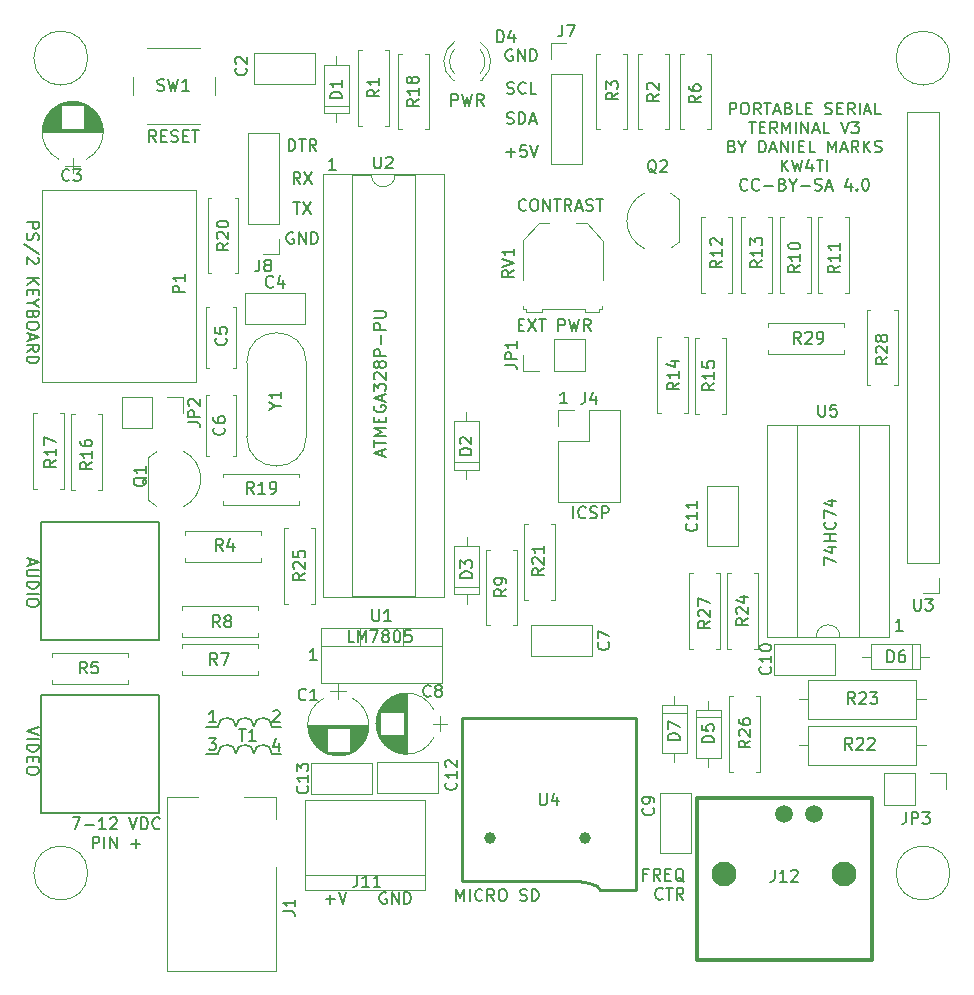
<source format=gbr>
%TF.GenerationSoftware,KiCad,Pcbnew,(6.0.11)*%
%TF.CreationDate,2023-02-05T16:58:01-06:00*%
%TF.ProjectId,PortableTerminal,506f7274-6162-46c6-9554-65726d696e61,rev?*%
%TF.SameCoordinates,Original*%
%TF.FileFunction,Legend,Top*%
%TF.FilePolarity,Positive*%
%FSLAX46Y46*%
G04 Gerber Fmt 4.6, Leading zero omitted, Abs format (unit mm)*
G04 Created by KiCad (PCBNEW (6.0.11)) date 2023-02-05 16:58:01*
%MOMM*%
%LPD*%
G01*
G04 APERTURE LIST*
%ADD10C,0.150000*%
%ADD11C,0.200000*%
%ADD12C,0.120000*%
%ADD13C,0.250000*%
%ADD14C,0.300000*%
%ADD15C,1.000000*%
%ADD16C,2.100000*%
%ADD17C,1.500000*%
G04 APERTURE END LIST*
D10*
X126265714Y-114472380D02*
X125694285Y-114472380D01*
X125980000Y-114472380D02*
X125980000Y-113472380D01*
X125884761Y-113615238D01*
X125789523Y-113710476D01*
X125694285Y-113758095D01*
X119622380Y-108895714D02*
X119622380Y-108229047D01*
X120622380Y-108657619D01*
X119955714Y-107419523D02*
X120622380Y-107419523D01*
X119574761Y-107657619D02*
X120289047Y-107895714D01*
X120289047Y-107276666D01*
X120622380Y-106895714D02*
X119622380Y-106895714D01*
X120098571Y-106895714D02*
X120098571Y-106324285D01*
X120622380Y-106324285D02*
X119622380Y-106324285D01*
X120527142Y-105276666D02*
X120574761Y-105324285D01*
X120622380Y-105467142D01*
X120622380Y-105562380D01*
X120574761Y-105705238D01*
X120479523Y-105800476D01*
X120384285Y-105848095D01*
X120193809Y-105895714D01*
X120050952Y-105895714D01*
X119860476Y-105848095D01*
X119765238Y-105800476D01*
X119670000Y-105705238D01*
X119622380Y-105562380D01*
X119622380Y-105467142D01*
X119670000Y-105324285D01*
X119717619Y-105276666D01*
X119622380Y-104943333D02*
X119622380Y-104276666D01*
X120622380Y-104705238D01*
X119955714Y-103467142D02*
X120622380Y-103467142D01*
X119574761Y-103705238D02*
X120289047Y-103943333D01*
X120289047Y-103324285D01*
X52413333Y-108396190D02*
X52413333Y-108872380D01*
X52127619Y-108300952D02*
X53127619Y-108634285D01*
X52127619Y-108967619D01*
X53127619Y-109300952D02*
X52318095Y-109300952D01*
X52222857Y-109348571D01*
X52175238Y-109396190D01*
X52127619Y-109491428D01*
X52127619Y-109681904D01*
X52175238Y-109777142D01*
X52222857Y-109824761D01*
X52318095Y-109872380D01*
X53127619Y-109872380D01*
X52127619Y-110348571D02*
X53127619Y-110348571D01*
X53127619Y-110586666D01*
X53080000Y-110729523D01*
X52984761Y-110824761D01*
X52889523Y-110872380D01*
X52699047Y-110920000D01*
X52556190Y-110920000D01*
X52365714Y-110872380D01*
X52270476Y-110824761D01*
X52175238Y-110729523D01*
X52127619Y-110586666D01*
X52127619Y-110348571D01*
X52127619Y-111348571D02*
X53127619Y-111348571D01*
X53127619Y-112015238D02*
X53127619Y-112205714D01*
X53080000Y-112300952D01*
X52984761Y-112396190D01*
X52794285Y-112443809D01*
X52460952Y-112443809D01*
X52270476Y-112396190D01*
X52175238Y-112300952D01*
X52127619Y-112205714D01*
X52127619Y-112015238D01*
X52175238Y-111920000D01*
X52270476Y-111824761D01*
X52460952Y-111777142D01*
X52794285Y-111777142D01*
X52984761Y-111824761D01*
X53080000Y-111920000D01*
X53127619Y-112015238D01*
X98383809Y-104962380D02*
X98383809Y-103962380D01*
X99431428Y-104867142D02*
X99383809Y-104914761D01*
X99240952Y-104962380D01*
X99145714Y-104962380D01*
X99002857Y-104914761D01*
X98907619Y-104819523D01*
X98860000Y-104724285D01*
X98812380Y-104533809D01*
X98812380Y-104390952D01*
X98860000Y-104200476D01*
X98907619Y-104105238D01*
X99002857Y-104010000D01*
X99145714Y-103962380D01*
X99240952Y-103962380D01*
X99383809Y-104010000D01*
X99431428Y-104057619D01*
X99812380Y-104914761D02*
X99955238Y-104962380D01*
X100193333Y-104962380D01*
X100288571Y-104914761D01*
X100336190Y-104867142D01*
X100383809Y-104771904D01*
X100383809Y-104676666D01*
X100336190Y-104581428D01*
X100288571Y-104533809D01*
X100193333Y-104486190D01*
X100002857Y-104438571D01*
X99907619Y-104390952D01*
X99860000Y-104343333D01*
X99812380Y-104248095D01*
X99812380Y-104152857D01*
X99860000Y-104057619D01*
X99907619Y-104010000D01*
X100002857Y-103962380D01*
X100240952Y-103962380D01*
X100383809Y-104010000D01*
X100812380Y-104962380D02*
X100812380Y-103962380D01*
X101193333Y-103962380D01*
X101288571Y-104010000D01*
X101336190Y-104057619D01*
X101383809Y-104152857D01*
X101383809Y-104295714D01*
X101336190Y-104390952D01*
X101288571Y-104438571D01*
X101193333Y-104486190D01*
X100812380Y-104486190D01*
X77422476Y-137231428D02*
X78184380Y-137231428D01*
X77803428Y-137612380D02*
X77803428Y-136850476D01*
X78517714Y-136612380D02*
X78851047Y-137612380D01*
X79184380Y-136612380D01*
X92789523Y-68984761D02*
X92932380Y-69032380D01*
X93170476Y-69032380D01*
X93265714Y-68984761D01*
X93313333Y-68937142D01*
X93360952Y-68841904D01*
X93360952Y-68746666D01*
X93313333Y-68651428D01*
X93265714Y-68603809D01*
X93170476Y-68556190D01*
X92980000Y-68508571D01*
X92884761Y-68460952D01*
X92837142Y-68413333D01*
X92789523Y-68318095D01*
X92789523Y-68222857D01*
X92837142Y-68127619D01*
X92884761Y-68080000D01*
X92980000Y-68032380D01*
X93218095Y-68032380D01*
X93360952Y-68080000D01*
X94360952Y-68937142D02*
X94313333Y-68984761D01*
X94170476Y-69032380D01*
X94075238Y-69032380D01*
X93932380Y-68984761D01*
X93837142Y-68889523D01*
X93789523Y-68794285D01*
X93741904Y-68603809D01*
X93741904Y-68460952D01*
X93789523Y-68270476D01*
X93837142Y-68175238D01*
X93932380Y-68080000D01*
X94075238Y-68032380D01*
X94170476Y-68032380D01*
X94313333Y-68080000D01*
X94360952Y-68127619D01*
X95265714Y-69032380D02*
X94789523Y-69032380D01*
X94789523Y-68032380D01*
X104664404Y-135123571D02*
X104331071Y-135123571D01*
X104331071Y-135647380D02*
X104331071Y-134647380D01*
X104807261Y-134647380D01*
X105759642Y-135647380D02*
X105426309Y-135171190D01*
X105188214Y-135647380D02*
X105188214Y-134647380D01*
X105569166Y-134647380D01*
X105664404Y-134695000D01*
X105712023Y-134742619D01*
X105759642Y-134837857D01*
X105759642Y-134980714D01*
X105712023Y-135075952D01*
X105664404Y-135123571D01*
X105569166Y-135171190D01*
X105188214Y-135171190D01*
X106188214Y-135123571D02*
X106521547Y-135123571D01*
X106664404Y-135647380D02*
X106188214Y-135647380D01*
X106188214Y-134647380D01*
X106664404Y-134647380D01*
X107759642Y-135742619D02*
X107664404Y-135695000D01*
X107569166Y-135599761D01*
X107426309Y-135456904D01*
X107331071Y-135409285D01*
X107235833Y-135409285D01*
X107283452Y-135647380D02*
X107188214Y-135599761D01*
X107092976Y-135504523D01*
X107045357Y-135314047D01*
X107045357Y-134980714D01*
X107092976Y-134790238D01*
X107188214Y-134695000D01*
X107283452Y-134647380D01*
X107473928Y-134647380D01*
X107569166Y-134695000D01*
X107664404Y-134790238D01*
X107712023Y-134980714D01*
X107712023Y-135314047D01*
X107664404Y-135504523D01*
X107569166Y-135599761D01*
X107473928Y-135647380D01*
X107283452Y-135647380D01*
X105950119Y-137162142D02*
X105902500Y-137209761D01*
X105759642Y-137257380D01*
X105664404Y-137257380D01*
X105521547Y-137209761D01*
X105426309Y-137114523D01*
X105378690Y-137019285D01*
X105331071Y-136828809D01*
X105331071Y-136685952D01*
X105378690Y-136495476D01*
X105426309Y-136400238D01*
X105521547Y-136305000D01*
X105664404Y-136257380D01*
X105759642Y-136257380D01*
X105902500Y-136305000D01*
X105950119Y-136352619D01*
X106235833Y-136257380D02*
X106807261Y-136257380D01*
X106521547Y-137257380D02*
X106521547Y-136257380D01*
X107712023Y-137257380D02*
X107378690Y-136781190D01*
X107140595Y-137257380D02*
X107140595Y-136257380D01*
X107521547Y-136257380D01*
X107616785Y-136305000D01*
X107664404Y-136352619D01*
X107712023Y-136447857D01*
X107712023Y-136590714D01*
X107664404Y-136685952D01*
X107616785Y-136733571D01*
X107521547Y-136781190D01*
X107140595Y-136781190D01*
X74295142Y-73858380D02*
X74295142Y-72858380D01*
X74533238Y-72858380D01*
X74676095Y-72906000D01*
X74771333Y-73001238D01*
X74818952Y-73096476D01*
X74866571Y-73286952D01*
X74866571Y-73429809D01*
X74818952Y-73620285D01*
X74771333Y-73715523D01*
X74676095Y-73810761D01*
X74533238Y-73858380D01*
X74295142Y-73858380D01*
X75152285Y-72858380D02*
X75723714Y-72858380D01*
X75438000Y-73858380D02*
X75438000Y-72858380D01*
X76628476Y-73858380D02*
X76295142Y-73382190D01*
X76057047Y-73858380D02*
X76057047Y-72858380D01*
X76438000Y-72858380D01*
X76533238Y-72906000D01*
X76580857Y-72953619D01*
X76628476Y-73048857D01*
X76628476Y-73191714D01*
X76580857Y-73286952D01*
X76533238Y-73334571D01*
X76438000Y-73382190D01*
X76057047Y-73382190D01*
X78285714Y-75452380D02*
X77714285Y-75452380D01*
X78000000Y-75452380D02*
X78000000Y-74452380D01*
X77904761Y-74595238D01*
X77809523Y-74690476D01*
X77714285Y-74738095D01*
X88495619Y-137358380D02*
X88495619Y-136358380D01*
X88828952Y-137072666D01*
X89162285Y-136358380D01*
X89162285Y-137358380D01*
X89638476Y-137358380D02*
X89638476Y-136358380D01*
X90686095Y-137263142D02*
X90638476Y-137310761D01*
X90495619Y-137358380D01*
X90400380Y-137358380D01*
X90257523Y-137310761D01*
X90162285Y-137215523D01*
X90114666Y-137120285D01*
X90067047Y-136929809D01*
X90067047Y-136786952D01*
X90114666Y-136596476D01*
X90162285Y-136501238D01*
X90257523Y-136406000D01*
X90400380Y-136358380D01*
X90495619Y-136358380D01*
X90638476Y-136406000D01*
X90686095Y-136453619D01*
X91686095Y-137358380D02*
X91352761Y-136882190D01*
X91114666Y-137358380D02*
X91114666Y-136358380D01*
X91495619Y-136358380D01*
X91590857Y-136406000D01*
X91638476Y-136453619D01*
X91686095Y-136548857D01*
X91686095Y-136691714D01*
X91638476Y-136786952D01*
X91590857Y-136834571D01*
X91495619Y-136882190D01*
X91114666Y-136882190D01*
X92305142Y-136358380D02*
X92495619Y-136358380D01*
X92590857Y-136406000D01*
X92686095Y-136501238D01*
X92733714Y-136691714D01*
X92733714Y-137025047D01*
X92686095Y-137215523D01*
X92590857Y-137310761D01*
X92495619Y-137358380D01*
X92305142Y-137358380D01*
X92209904Y-137310761D01*
X92114666Y-137215523D01*
X92067047Y-137025047D01*
X92067047Y-136691714D01*
X92114666Y-136501238D01*
X92209904Y-136406000D01*
X92305142Y-136358380D01*
X93876571Y-137310761D02*
X94019428Y-137358380D01*
X94257523Y-137358380D01*
X94352761Y-137310761D01*
X94400380Y-137263142D01*
X94448000Y-137167904D01*
X94448000Y-137072666D01*
X94400380Y-136977428D01*
X94352761Y-136929809D01*
X94257523Y-136882190D01*
X94067047Y-136834571D01*
X93971809Y-136786952D01*
X93924190Y-136739333D01*
X93876571Y-136644095D01*
X93876571Y-136548857D01*
X93924190Y-136453619D01*
X93971809Y-136406000D01*
X94067047Y-136358380D01*
X94305142Y-136358380D01*
X94448000Y-136406000D01*
X94876571Y-137358380D02*
X94876571Y-136358380D01*
X95114666Y-136358380D01*
X95257523Y-136406000D01*
X95352761Y-136501238D01*
X95400380Y-136596476D01*
X95448000Y-136786952D01*
X95448000Y-136929809D01*
X95400380Y-137120285D01*
X95352761Y-137215523D01*
X95257523Y-137310761D01*
X95114666Y-137358380D01*
X94876571Y-137358380D01*
X55995714Y-130297380D02*
X56662380Y-130297380D01*
X56233809Y-131297380D01*
X57043333Y-130916428D02*
X57805238Y-130916428D01*
X58805238Y-131297380D02*
X58233809Y-131297380D01*
X58519523Y-131297380D02*
X58519523Y-130297380D01*
X58424285Y-130440238D01*
X58329047Y-130535476D01*
X58233809Y-130583095D01*
X59186190Y-130392619D02*
X59233809Y-130345000D01*
X59329047Y-130297380D01*
X59567142Y-130297380D01*
X59662380Y-130345000D01*
X59710000Y-130392619D01*
X59757619Y-130487857D01*
X59757619Y-130583095D01*
X59710000Y-130725952D01*
X59138571Y-131297380D01*
X59757619Y-131297380D01*
X60805238Y-130297380D02*
X61138571Y-131297380D01*
X61471904Y-130297380D01*
X61805238Y-131297380D02*
X61805238Y-130297380D01*
X62043333Y-130297380D01*
X62186190Y-130345000D01*
X62281428Y-130440238D01*
X62329047Y-130535476D01*
X62376666Y-130725952D01*
X62376666Y-130868809D01*
X62329047Y-131059285D01*
X62281428Y-131154523D01*
X62186190Y-131249761D01*
X62043333Y-131297380D01*
X61805238Y-131297380D01*
X63376666Y-131202142D02*
X63329047Y-131249761D01*
X63186190Y-131297380D01*
X63090952Y-131297380D01*
X62948095Y-131249761D01*
X62852857Y-131154523D01*
X62805238Y-131059285D01*
X62757619Y-130868809D01*
X62757619Y-130725952D01*
X62805238Y-130535476D01*
X62852857Y-130440238D01*
X62948095Y-130345000D01*
X63090952Y-130297380D01*
X63186190Y-130297380D01*
X63329047Y-130345000D01*
X63376666Y-130392619D01*
X57686190Y-132907380D02*
X57686190Y-131907380D01*
X58067142Y-131907380D01*
X58162380Y-131955000D01*
X58210000Y-132002619D01*
X58257619Y-132097857D01*
X58257619Y-132240714D01*
X58210000Y-132335952D01*
X58162380Y-132383571D01*
X58067142Y-132431190D01*
X57686190Y-132431190D01*
X58686190Y-132907380D02*
X58686190Y-131907380D01*
X59162380Y-132907380D02*
X59162380Y-131907380D01*
X59733809Y-132907380D01*
X59733809Y-131907380D01*
X60971904Y-132526428D02*
X61733809Y-132526428D01*
X61352857Y-132907380D02*
X61352857Y-132145476D01*
X92765714Y-71524761D02*
X92908571Y-71572380D01*
X93146666Y-71572380D01*
X93241904Y-71524761D01*
X93289523Y-71477142D01*
X93337142Y-71381904D01*
X93337142Y-71286666D01*
X93289523Y-71191428D01*
X93241904Y-71143809D01*
X93146666Y-71096190D01*
X92956190Y-71048571D01*
X92860952Y-71000952D01*
X92813333Y-70953333D01*
X92765714Y-70858095D01*
X92765714Y-70762857D01*
X92813333Y-70667619D01*
X92860952Y-70620000D01*
X92956190Y-70572380D01*
X93194285Y-70572380D01*
X93337142Y-70620000D01*
X93765714Y-71572380D02*
X93765714Y-70572380D01*
X94003809Y-70572380D01*
X94146666Y-70620000D01*
X94241904Y-70715238D01*
X94289523Y-70810476D01*
X94337142Y-71000952D01*
X94337142Y-71143809D01*
X94289523Y-71334285D01*
X94241904Y-71429523D01*
X94146666Y-71524761D01*
X94003809Y-71572380D01*
X93765714Y-71572380D01*
X94718095Y-71286666D02*
X95194285Y-71286666D01*
X94622857Y-71572380D02*
X94956190Y-70572380D01*
X95289523Y-71572380D01*
X75271333Y-76652380D02*
X74938000Y-76176190D01*
X74699904Y-76652380D02*
X74699904Y-75652380D01*
X75080857Y-75652380D01*
X75176095Y-75700000D01*
X75223714Y-75747619D01*
X75271333Y-75842857D01*
X75271333Y-75985714D01*
X75223714Y-76080952D01*
X75176095Y-76128571D01*
X75080857Y-76176190D01*
X74699904Y-76176190D01*
X75604666Y-75652380D02*
X76271333Y-76652380D01*
X76271333Y-75652380D02*
X75604666Y-76652380D01*
X52125619Y-79899619D02*
X53125619Y-79899619D01*
X53125619Y-80280571D01*
X53078000Y-80375809D01*
X53030380Y-80423428D01*
X52935142Y-80471047D01*
X52792285Y-80471047D01*
X52697047Y-80423428D01*
X52649428Y-80375809D01*
X52601809Y-80280571D01*
X52601809Y-79899619D01*
X52173238Y-80852000D02*
X52125619Y-80994857D01*
X52125619Y-81232952D01*
X52173238Y-81328190D01*
X52220857Y-81375809D01*
X52316095Y-81423428D01*
X52411333Y-81423428D01*
X52506571Y-81375809D01*
X52554190Y-81328190D01*
X52601809Y-81232952D01*
X52649428Y-81042476D01*
X52697047Y-80947238D01*
X52744666Y-80899619D01*
X52839904Y-80852000D01*
X52935142Y-80852000D01*
X53030380Y-80899619D01*
X53078000Y-80947238D01*
X53125619Y-81042476D01*
X53125619Y-81280571D01*
X53078000Y-81423428D01*
X53173238Y-82566285D02*
X51887523Y-81709142D01*
X53030380Y-82852000D02*
X53078000Y-82899619D01*
X53125619Y-82994857D01*
X53125619Y-83232952D01*
X53078000Y-83328190D01*
X53030380Y-83375809D01*
X52935142Y-83423428D01*
X52839904Y-83423428D01*
X52697047Y-83375809D01*
X52125619Y-82804380D01*
X52125619Y-83423428D01*
X52125619Y-84613904D02*
X53125619Y-84613904D01*
X52125619Y-85185333D02*
X52697047Y-84756761D01*
X53125619Y-85185333D02*
X52554190Y-84613904D01*
X52649428Y-85613904D02*
X52649428Y-85947238D01*
X52125619Y-86090095D02*
X52125619Y-85613904D01*
X53125619Y-85613904D01*
X53125619Y-86090095D01*
X52601809Y-86709142D02*
X52125619Y-86709142D01*
X53125619Y-86375809D02*
X52601809Y-86709142D01*
X53125619Y-87042476D01*
X52649428Y-87709142D02*
X52601809Y-87852000D01*
X52554190Y-87899619D01*
X52458952Y-87947238D01*
X52316095Y-87947238D01*
X52220857Y-87899619D01*
X52173238Y-87852000D01*
X52125619Y-87756761D01*
X52125619Y-87375809D01*
X53125619Y-87375809D01*
X53125619Y-87709142D01*
X53078000Y-87804380D01*
X53030380Y-87852000D01*
X52935142Y-87899619D01*
X52839904Y-87899619D01*
X52744666Y-87852000D01*
X52697047Y-87804380D01*
X52649428Y-87709142D01*
X52649428Y-87375809D01*
X53125619Y-88566285D02*
X53125619Y-88756761D01*
X53078000Y-88852000D01*
X52982761Y-88947238D01*
X52792285Y-88994857D01*
X52458952Y-88994857D01*
X52268476Y-88947238D01*
X52173238Y-88852000D01*
X52125619Y-88756761D01*
X52125619Y-88566285D01*
X52173238Y-88471047D01*
X52268476Y-88375809D01*
X52458952Y-88328190D01*
X52792285Y-88328190D01*
X52982761Y-88375809D01*
X53078000Y-88471047D01*
X53125619Y-88566285D01*
X52411333Y-89375809D02*
X52411333Y-89852000D01*
X52125619Y-89280571D02*
X53125619Y-89613904D01*
X52125619Y-89947238D01*
X52125619Y-90852000D02*
X52601809Y-90518666D01*
X52125619Y-90280571D02*
X53125619Y-90280571D01*
X53125619Y-90661523D01*
X53078000Y-90756761D01*
X53030380Y-90804380D01*
X52935142Y-90852000D01*
X52792285Y-90852000D01*
X52697047Y-90804380D01*
X52649428Y-90756761D01*
X52601809Y-90661523D01*
X52601809Y-90280571D01*
X52125619Y-91280571D02*
X53125619Y-91280571D01*
X53125619Y-91518666D01*
X53078000Y-91661523D01*
X52982761Y-91756761D01*
X52887523Y-91804380D01*
X52697047Y-91852000D01*
X52554190Y-91852000D01*
X52363714Y-91804380D01*
X52268476Y-91756761D01*
X52173238Y-91661523D01*
X52125619Y-91518666D01*
X52125619Y-91280571D01*
X111626666Y-70772380D02*
X111626666Y-69772380D01*
X112007619Y-69772380D01*
X112102857Y-69820000D01*
X112150476Y-69867619D01*
X112198095Y-69962857D01*
X112198095Y-70105714D01*
X112150476Y-70200952D01*
X112102857Y-70248571D01*
X112007619Y-70296190D01*
X111626666Y-70296190D01*
X112817142Y-69772380D02*
X113007619Y-69772380D01*
X113102857Y-69820000D01*
X113198095Y-69915238D01*
X113245714Y-70105714D01*
X113245714Y-70439047D01*
X113198095Y-70629523D01*
X113102857Y-70724761D01*
X113007619Y-70772380D01*
X112817142Y-70772380D01*
X112721904Y-70724761D01*
X112626666Y-70629523D01*
X112579047Y-70439047D01*
X112579047Y-70105714D01*
X112626666Y-69915238D01*
X112721904Y-69820000D01*
X112817142Y-69772380D01*
X114245714Y-70772380D02*
X113912380Y-70296190D01*
X113674285Y-70772380D02*
X113674285Y-69772380D01*
X114055238Y-69772380D01*
X114150476Y-69820000D01*
X114198095Y-69867619D01*
X114245714Y-69962857D01*
X114245714Y-70105714D01*
X114198095Y-70200952D01*
X114150476Y-70248571D01*
X114055238Y-70296190D01*
X113674285Y-70296190D01*
X114531428Y-69772380D02*
X115102857Y-69772380D01*
X114817142Y-70772380D02*
X114817142Y-69772380D01*
X115388571Y-70486666D02*
X115864761Y-70486666D01*
X115293333Y-70772380D02*
X115626666Y-69772380D01*
X115960000Y-70772380D01*
X116626666Y-70248571D02*
X116769523Y-70296190D01*
X116817142Y-70343809D01*
X116864761Y-70439047D01*
X116864761Y-70581904D01*
X116817142Y-70677142D01*
X116769523Y-70724761D01*
X116674285Y-70772380D01*
X116293333Y-70772380D01*
X116293333Y-69772380D01*
X116626666Y-69772380D01*
X116721904Y-69820000D01*
X116769523Y-69867619D01*
X116817142Y-69962857D01*
X116817142Y-70058095D01*
X116769523Y-70153333D01*
X116721904Y-70200952D01*
X116626666Y-70248571D01*
X116293333Y-70248571D01*
X117769523Y-70772380D02*
X117293333Y-70772380D01*
X117293333Y-69772380D01*
X118102857Y-70248571D02*
X118436190Y-70248571D01*
X118579047Y-70772380D02*
X118102857Y-70772380D01*
X118102857Y-69772380D01*
X118579047Y-69772380D01*
X119721904Y-70724761D02*
X119864761Y-70772380D01*
X120102857Y-70772380D01*
X120198095Y-70724761D01*
X120245714Y-70677142D01*
X120293333Y-70581904D01*
X120293333Y-70486666D01*
X120245714Y-70391428D01*
X120198095Y-70343809D01*
X120102857Y-70296190D01*
X119912380Y-70248571D01*
X119817142Y-70200952D01*
X119769523Y-70153333D01*
X119721904Y-70058095D01*
X119721904Y-69962857D01*
X119769523Y-69867619D01*
X119817142Y-69820000D01*
X119912380Y-69772380D01*
X120150476Y-69772380D01*
X120293333Y-69820000D01*
X120721904Y-70248571D02*
X121055238Y-70248571D01*
X121198095Y-70772380D02*
X120721904Y-70772380D01*
X120721904Y-69772380D01*
X121198095Y-69772380D01*
X122198095Y-70772380D02*
X121864761Y-70296190D01*
X121626666Y-70772380D02*
X121626666Y-69772380D01*
X122007619Y-69772380D01*
X122102857Y-69820000D01*
X122150476Y-69867619D01*
X122198095Y-69962857D01*
X122198095Y-70105714D01*
X122150476Y-70200952D01*
X122102857Y-70248571D01*
X122007619Y-70296190D01*
X121626666Y-70296190D01*
X122626666Y-70772380D02*
X122626666Y-69772380D01*
X123055238Y-70486666D02*
X123531428Y-70486666D01*
X122960000Y-70772380D02*
X123293333Y-69772380D01*
X123626666Y-70772380D01*
X124436190Y-70772380D02*
X123960000Y-70772380D01*
X123960000Y-69772380D01*
X113269523Y-71382380D02*
X113840952Y-71382380D01*
X113555238Y-72382380D02*
X113555238Y-71382380D01*
X114174285Y-71858571D02*
X114507619Y-71858571D01*
X114650476Y-72382380D02*
X114174285Y-72382380D01*
X114174285Y-71382380D01*
X114650476Y-71382380D01*
X115650476Y-72382380D02*
X115317142Y-71906190D01*
X115079047Y-72382380D02*
X115079047Y-71382380D01*
X115460000Y-71382380D01*
X115555238Y-71430000D01*
X115602857Y-71477619D01*
X115650476Y-71572857D01*
X115650476Y-71715714D01*
X115602857Y-71810952D01*
X115555238Y-71858571D01*
X115460000Y-71906190D01*
X115079047Y-71906190D01*
X116079047Y-72382380D02*
X116079047Y-71382380D01*
X116412380Y-72096666D01*
X116745714Y-71382380D01*
X116745714Y-72382380D01*
X117221904Y-72382380D02*
X117221904Y-71382380D01*
X117698095Y-72382380D02*
X117698095Y-71382380D01*
X118269523Y-72382380D01*
X118269523Y-71382380D01*
X118698095Y-72096666D02*
X119174285Y-72096666D01*
X118602857Y-72382380D02*
X118936190Y-71382380D01*
X119269523Y-72382380D01*
X120079047Y-72382380D02*
X119602857Y-72382380D01*
X119602857Y-71382380D01*
X121031428Y-71382380D02*
X121364761Y-72382380D01*
X121698095Y-71382380D01*
X121936190Y-71382380D02*
X122555238Y-71382380D01*
X122221904Y-71763333D01*
X122364761Y-71763333D01*
X122460000Y-71810952D01*
X122507619Y-71858571D01*
X122555238Y-71953809D01*
X122555238Y-72191904D01*
X122507619Y-72287142D01*
X122460000Y-72334761D01*
X122364761Y-72382380D01*
X122079047Y-72382380D01*
X121983809Y-72334761D01*
X121936190Y-72287142D01*
X111817142Y-73468571D02*
X111960000Y-73516190D01*
X112007619Y-73563809D01*
X112055238Y-73659047D01*
X112055238Y-73801904D01*
X112007619Y-73897142D01*
X111960000Y-73944761D01*
X111864761Y-73992380D01*
X111483809Y-73992380D01*
X111483809Y-72992380D01*
X111817142Y-72992380D01*
X111912380Y-73040000D01*
X111960000Y-73087619D01*
X112007619Y-73182857D01*
X112007619Y-73278095D01*
X111960000Y-73373333D01*
X111912380Y-73420952D01*
X111817142Y-73468571D01*
X111483809Y-73468571D01*
X112674285Y-73516190D02*
X112674285Y-73992380D01*
X112340952Y-72992380D02*
X112674285Y-73516190D01*
X113007619Y-72992380D01*
X114102857Y-73992380D02*
X114102857Y-72992380D01*
X114340952Y-72992380D01*
X114483809Y-73040000D01*
X114579047Y-73135238D01*
X114626666Y-73230476D01*
X114674285Y-73420952D01*
X114674285Y-73563809D01*
X114626666Y-73754285D01*
X114579047Y-73849523D01*
X114483809Y-73944761D01*
X114340952Y-73992380D01*
X114102857Y-73992380D01*
X115055238Y-73706666D02*
X115531428Y-73706666D01*
X114960000Y-73992380D02*
X115293333Y-72992380D01*
X115626666Y-73992380D01*
X115960000Y-73992380D02*
X115960000Y-72992380D01*
X116531428Y-73992380D01*
X116531428Y-72992380D01*
X117007619Y-73992380D02*
X117007619Y-72992380D01*
X117483809Y-73468571D02*
X117817142Y-73468571D01*
X117960000Y-73992380D02*
X117483809Y-73992380D01*
X117483809Y-72992380D01*
X117960000Y-72992380D01*
X118864761Y-73992380D02*
X118388571Y-73992380D01*
X118388571Y-72992380D01*
X119960000Y-73992380D02*
X119960000Y-72992380D01*
X120293333Y-73706666D01*
X120626666Y-72992380D01*
X120626666Y-73992380D01*
X121055238Y-73706666D02*
X121531428Y-73706666D01*
X120960000Y-73992380D02*
X121293333Y-72992380D01*
X121626666Y-73992380D01*
X122531428Y-73992380D02*
X122198095Y-73516190D01*
X121960000Y-73992380D02*
X121960000Y-72992380D01*
X122340952Y-72992380D01*
X122436190Y-73040000D01*
X122483809Y-73087619D01*
X122531428Y-73182857D01*
X122531428Y-73325714D01*
X122483809Y-73420952D01*
X122436190Y-73468571D01*
X122340952Y-73516190D01*
X121960000Y-73516190D01*
X122960000Y-73992380D02*
X122960000Y-72992380D01*
X123531428Y-73992380D02*
X123102857Y-73420952D01*
X123531428Y-72992380D02*
X122960000Y-73563809D01*
X123912380Y-73944761D02*
X124055238Y-73992380D01*
X124293333Y-73992380D01*
X124388571Y-73944761D01*
X124436190Y-73897142D01*
X124483809Y-73801904D01*
X124483809Y-73706666D01*
X124436190Y-73611428D01*
X124388571Y-73563809D01*
X124293333Y-73516190D01*
X124102857Y-73468571D01*
X124007619Y-73420952D01*
X123960000Y-73373333D01*
X123912380Y-73278095D01*
X123912380Y-73182857D01*
X123960000Y-73087619D01*
X124007619Y-73040000D01*
X124102857Y-72992380D01*
X124340952Y-72992380D01*
X124483809Y-73040000D01*
X116031428Y-75602380D02*
X116031428Y-74602380D01*
X116602857Y-75602380D02*
X116174285Y-75030952D01*
X116602857Y-74602380D02*
X116031428Y-75173809D01*
X116936190Y-74602380D02*
X117174285Y-75602380D01*
X117364761Y-74888095D01*
X117555238Y-75602380D01*
X117793333Y-74602380D01*
X118602857Y-74935714D02*
X118602857Y-75602380D01*
X118364761Y-74554761D02*
X118126666Y-75269047D01*
X118745714Y-75269047D01*
X118983809Y-74602380D02*
X119555238Y-74602380D01*
X119269523Y-75602380D02*
X119269523Y-74602380D01*
X119888571Y-75602380D02*
X119888571Y-74602380D01*
X113126666Y-77117142D02*
X113079047Y-77164761D01*
X112936190Y-77212380D01*
X112840952Y-77212380D01*
X112698095Y-77164761D01*
X112602857Y-77069523D01*
X112555238Y-76974285D01*
X112507619Y-76783809D01*
X112507619Y-76640952D01*
X112555238Y-76450476D01*
X112602857Y-76355238D01*
X112698095Y-76260000D01*
X112840952Y-76212380D01*
X112936190Y-76212380D01*
X113079047Y-76260000D01*
X113126666Y-76307619D01*
X114126666Y-77117142D02*
X114079047Y-77164761D01*
X113936190Y-77212380D01*
X113840952Y-77212380D01*
X113698095Y-77164761D01*
X113602857Y-77069523D01*
X113555238Y-76974285D01*
X113507619Y-76783809D01*
X113507619Y-76640952D01*
X113555238Y-76450476D01*
X113602857Y-76355238D01*
X113698095Y-76260000D01*
X113840952Y-76212380D01*
X113936190Y-76212380D01*
X114079047Y-76260000D01*
X114126666Y-76307619D01*
X114555238Y-76831428D02*
X115317142Y-76831428D01*
X116126666Y-76688571D02*
X116269523Y-76736190D01*
X116317142Y-76783809D01*
X116364761Y-76879047D01*
X116364761Y-77021904D01*
X116317142Y-77117142D01*
X116269523Y-77164761D01*
X116174285Y-77212380D01*
X115793333Y-77212380D01*
X115793333Y-76212380D01*
X116126666Y-76212380D01*
X116221904Y-76260000D01*
X116269523Y-76307619D01*
X116317142Y-76402857D01*
X116317142Y-76498095D01*
X116269523Y-76593333D01*
X116221904Y-76640952D01*
X116126666Y-76688571D01*
X115793333Y-76688571D01*
X116983809Y-76736190D02*
X116983809Y-77212380D01*
X116650476Y-76212380D02*
X116983809Y-76736190D01*
X117317142Y-76212380D01*
X117650476Y-76831428D02*
X118412380Y-76831428D01*
X118840952Y-77164761D02*
X118983809Y-77212380D01*
X119221904Y-77212380D01*
X119317142Y-77164761D01*
X119364761Y-77117142D01*
X119412380Y-77021904D01*
X119412380Y-76926666D01*
X119364761Y-76831428D01*
X119317142Y-76783809D01*
X119221904Y-76736190D01*
X119031428Y-76688571D01*
X118936190Y-76640952D01*
X118888571Y-76593333D01*
X118840952Y-76498095D01*
X118840952Y-76402857D01*
X118888571Y-76307619D01*
X118936190Y-76260000D01*
X119031428Y-76212380D01*
X119269523Y-76212380D01*
X119412380Y-76260000D01*
X119793333Y-76926666D02*
X120269523Y-76926666D01*
X119698095Y-77212380D02*
X120031428Y-76212380D01*
X120364761Y-77212380D01*
X121888571Y-76545714D02*
X121888571Y-77212380D01*
X121650476Y-76164761D02*
X121412380Y-76879047D01*
X122031428Y-76879047D01*
X122412380Y-77117142D02*
X122460000Y-77164761D01*
X122412380Y-77212380D01*
X122364761Y-77164761D01*
X122412380Y-77117142D01*
X122412380Y-77212380D01*
X123079047Y-76212380D02*
X123174285Y-76212380D01*
X123269523Y-76260000D01*
X123317142Y-76307619D01*
X123364761Y-76402857D01*
X123412380Y-76593333D01*
X123412380Y-76831428D01*
X123364761Y-77021904D01*
X123317142Y-77117142D01*
X123269523Y-77164761D01*
X123174285Y-77212380D01*
X123079047Y-77212380D01*
X122983809Y-77164761D01*
X122936190Y-77117142D01*
X122888571Y-77021904D01*
X122840952Y-76831428D01*
X122840952Y-76593333D01*
X122888571Y-76402857D01*
X122936190Y-76307619D01*
X122983809Y-76260000D01*
X123079047Y-76212380D01*
X74676095Y-78192380D02*
X75247523Y-78192380D01*
X74961809Y-79192380D02*
X74961809Y-78192380D01*
X75485619Y-78192380D02*
X76152285Y-79192380D01*
X76152285Y-78192380D02*
X75485619Y-79192380D01*
X74676095Y-80780000D02*
X74580857Y-80732380D01*
X74438000Y-80732380D01*
X74295142Y-80780000D01*
X74199904Y-80875238D01*
X74152285Y-80970476D01*
X74104666Y-81160952D01*
X74104666Y-81303809D01*
X74152285Y-81494285D01*
X74199904Y-81589523D01*
X74295142Y-81684761D01*
X74438000Y-81732380D01*
X74533238Y-81732380D01*
X74676095Y-81684761D01*
X74723714Y-81637142D01*
X74723714Y-81303809D01*
X74533238Y-81303809D01*
X75152285Y-81732380D02*
X75152285Y-80732380D01*
X75723714Y-81732380D01*
X75723714Y-80732380D01*
X76199904Y-81732380D02*
X76199904Y-80732380D01*
X76438000Y-80732380D01*
X76580857Y-80780000D01*
X76676095Y-80875238D01*
X76723714Y-80970476D01*
X76771333Y-81160952D01*
X76771333Y-81303809D01*
X76723714Y-81494285D01*
X76676095Y-81589523D01*
X76580857Y-81684761D01*
X76438000Y-81732380D01*
X76199904Y-81732380D01*
X94377238Y-78843142D02*
X94329619Y-78890761D01*
X94186761Y-78938380D01*
X94091523Y-78938380D01*
X93948666Y-78890761D01*
X93853428Y-78795523D01*
X93805809Y-78700285D01*
X93758190Y-78509809D01*
X93758190Y-78366952D01*
X93805809Y-78176476D01*
X93853428Y-78081238D01*
X93948666Y-77986000D01*
X94091523Y-77938380D01*
X94186761Y-77938380D01*
X94329619Y-77986000D01*
X94377238Y-78033619D01*
X94996285Y-77938380D02*
X95186761Y-77938380D01*
X95282000Y-77986000D01*
X95377238Y-78081238D01*
X95424857Y-78271714D01*
X95424857Y-78605047D01*
X95377238Y-78795523D01*
X95282000Y-78890761D01*
X95186761Y-78938380D01*
X94996285Y-78938380D01*
X94901047Y-78890761D01*
X94805809Y-78795523D01*
X94758190Y-78605047D01*
X94758190Y-78271714D01*
X94805809Y-78081238D01*
X94901047Y-77986000D01*
X94996285Y-77938380D01*
X95853428Y-78938380D02*
X95853428Y-77938380D01*
X96424857Y-78938380D01*
X96424857Y-77938380D01*
X96758190Y-77938380D02*
X97329619Y-77938380D01*
X97043904Y-78938380D02*
X97043904Y-77938380D01*
X98234380Y-78938380D02*
X97901047Y-78462190D01*
X97662952Y-78938380D02*
X97662952Y-77938380D01*
X98043904Y-77938380D01*
X98139142Y-77986000D01*
X98186761Y-78033619D01*
X98234380Y-78128857D01*
X98234380Y-78271714D01*
X98186761Y-78366952D01*
X98139142Y-78414571D01*
X98043904Y-78462190D01*
X97662952Y-78462190D01*
X98615333Y-78652666D02*
X99091523Y-78652666D01*
X98520095Y-78938380D02*
X98853428Y-77938380D01*
X99186761Y-78938380D01*
X99472476Y-78890761D02*
X99615333Y-78938380D01*
X99853428Y-78938380D01*
X99948666Y-78890761D01*
X99996285Y-78843142D01*
X100043904Y-78747904D01*
X100043904Y-78652666D01*
X99996285Y-78557428D01*
X99948666Y-78509809D01*
X99853428Y-78462190D01*
X99662952Y-78414571D01*
X99567714Y-78366952D01*
X99520095Y-78319333D01*
X99472476Y-78224095D01*
X99472476Y-78128857D01*
X99520095Y-78033619D01*
X99567714Y-77986000D01*
X99662952Y-77938380D01*
X99901047Y-77938380D01*
X100043904Y-77986000D01*
X100329619Y-77938380D02*
X100901047Y-77938380D01*
X100615333Y-78938380D02*
X100615333Y-77938380D01*
X53127619Y-122672380D02*
X52127619Y-123005714D01*
X53127619Y-123339047D01*
X52127619Y-123672380D02*
X53127619Y-123672380D01*
X52127619Y-124148571D02*
X53127619Y-124148571D01*
X53127619Y-124386666D01*
X53080000Y-124529523D01*
X52984761Y-124624761D01*
X52889523Y-124672380D01*
X52699047Y-124720000D01*
X52556190Y-124720000D01*
X52365714Y-124672380D01*
X52270476Y-124624761D01*
X52175238Y-124529523D01*
X52127619Y-124386666D01*
X52127619Y-124148571D01*
X52651428Y-125148571D02*
X52651428Y-125481904D01*
X52127619Y-125624761D02*
X52127619Y-125148571D01*
X53127619Y-125148571D01*
X53127619Y-125624761D01*
X53127619Y-126243809D02*
X53127619Y-126434285D01*
X53080000Y-126529523D01*
X52984761Y-126624761D01*
X52794285Y-126672380D01*
X52460952Y-126672380D01*
X52270476Y-126624761D01*
X52175238Y-126529523D01*
X52127619Y-126434285D01*
X52127619Y-126243809D01*
X52175238Y-126148571D01*
X52270476Y-126053333D01*
X52460952Y-126005714D01*
X52794285Y-126005714D01*
X52984761Y-126053333D01*
X53080000Y-126148571D01*
X53127619Y-126243809D01*
X63063619Y-73096380D02*
X62730285Y-72620190D01*
X62492190Y-73096380D02*
X62492190Y-72096380D01*
X62873142Y-72096380D01*
X62968380Y-72144000D01*
X63016000Y-72191619D01*
X63063619Y-72286857D01*
X63063619Y-72429714D01*
X63016000Y-72524952D01*
X62968380Y-72572571D01*
X62873142Y-72620190D01*
X62492190Y-72620190D01*
X63492190Y-72572571D02*
X63825523Y-72572571D01*
X63968380Y-73096380D02*
X63492190Y-73096380D01*
X63492190Y-72096380D01*
X63968380Y-72096380D01*
X64349333Y-73048761D02*
X64492190Y-73096380D01*
X64730285Y-73096380D01*
X64825523Y-73048761D01*
X64873142Y-73001142D01*
X64920761Y-72905904D01*
X64920761Y-72810666D01*
X64873142Y-72715428D01*
X64825523Y-72667809D01*
X64730285Y-72620190D01*
X64539809Y-72572571D01*
X64444571Y-72524952D01*
X64396952Y-72477333D01*
X64349333Y-72382095D01*
X64349333Y-72286857D01*
X64396952Y-72191619D01*
X64444571Y-72144000D01*
X64539809Y-72096380D01*
X64777904Y-72096380D01*
X64920761Y-72144000D01*
X65349333Y-72572571D02*
X65682666Y-72572571D01*
X65825523Y-73096380D02*
X65349333Y-73096380D01*
X65349333Y-72096380D01*
X65825523Y-72096380D01*
X66111238Y-72096380D02*
X66682666Y-72096380D01*
X66396952Y-73096380D02*
X66396952Y-72096380D01*
X82550095Y-136660000D02*
X82454857Y-136612380D01*
X82312000Y-136612380D01*
X82169142Y-136660000D01*
X82073904Y-136755238D01*
X82026285Y-136850476D01*
X81978666Y-137040952D01*
X81978666Y-137183809D01*
X82026285Y-137374285D01*
X82073904Y-137469523D01*
X82169142Y-137564761D01*
X82312000Y-137612380D01*
X82407238Y-137612380D01*
X82550095Y-137564761D01*
X82597714Y-137517142D01*
X82597714Y-137183809D01*
X82407238Y-137183809D01*
X83026285Y-137612380D02*
X83026285Y-136612380D01*
X83597714Y-137612380D01*
X83597714Y-136612380D01*
X84073904Y-137612380D02*
X84073904Y-136612380D01*
X84312000Y-136612380D01*
X84454857Y-136660000D01*
X84550095Y-136755238D01*
X84597714Y-136850476D01*
X84645333Y-137040952D01*
X84645333Y-137183809D01*
X84597714Y-137374285D01*
X84550095Y-137469523D01*
X84454857Y-137564761D01*
X84312000Y-137612380D01*
X84073904Y-137612380D01*
X79833333Y-115452380D02*
X79357142Y-115452380D01*
X79357142Y-114452380D01*
X80166666Y-115452380D02*
X80166666Y-114452380D01*
X80500000Y-115166666D01*
X80833333Y-114452380D01*
X80833333Y-115452380D01*
X81214285Y-114452380D02*
X81880952Y-114452380D01*
X81452380Y-115452380D01*
X82404761Y-114880952D02*
X82309523Y-114833333D01*
X82261904Y-114785714D01*
X82214285Y-114690476D01*
X82214285Y-114642857D01*
X82261904Y-114547619D01*
X82309523Y-114500000D01*
X82404761Y-114452380D01*
X82595238Y-114452380D01*
X82690476Y-114500000D01*
X82738095Y-114547619D01*
X82785714Y-114642857D01*
X82785714Y-114690476D01*
X82738095Y-114785714D01*
X82690476Y-114833333D01*
X82595238Y-114880952D01*
X82404761Y-114880952D01*
X82309523Y-114928571D01*
X82261904Y-114976190D01*
X82214285Y-115071428D01*
X82214285Y-115261904D01*
X82261904Y-115357142D01*
X82309523Y-115404761D01*
X82404761Y-115452380D01*
X82595238Y-115452380D01*
X82690476Y-115404761D01*
X82738095Y-115357142D01*
X82785714Y-115261904D01*
X82785714Y-115071428D01*
X82738095Y-114976190D01*
X82690476Y-114928571D01*
X82595238Y-114880952D01*
X83404761Y-114452380D02*
X83500000Y-114452380D01*
X83595238Y-114500000D01*
X83642857Y-114547619D01*
X83690476Y-114642857D01*
X83738095Y-114833333D01*
X83738095Y-115071428D01*
X83690476Y-115261904D01*
X83642857Y-115357142D01*
X83595238Y-115404761D01*
X83500000Y-115452380D01*
X83404761Y-115452380D01*
X83309523Y-115404761D01*
X83261904Y-115357142D01*
X83214285Y-115261904D01*
X83166666Y-115071428D01*
X83166666Y-114833333D01*
X83214285Y-114642857D01*
X83261904Y-114547619D01*
X83309523Y-114500000D01*
X83404761Y-114452380D01*
X84642857Y-114452380D02*
X84166666Y-114452380D01*
X84119047Y-114928571D01*
X84166666Y-114880952D01*
X84261904Y-114833333D01*
X84500000Y-114833333D01*
X84595238Y-114880952D01*
X84642857Y-114928571D01*
X84690476Y-115023809D01*
X84690476Y-115261904D01*
X84642857Y-115357142D01*
X84595238Y-115404761D01*
X84500000Y-115452380D01*
X84261904Y-115452380D01*
X84166666Y-115404761D01*
X84119047Y-115357142D01*
X92694285Y-73985428D02*
X93456190Y-73985428D01*
X93075238Y-74366380D02*
X93075238Y-73604476D01*
X94408571Y-73366380D02*
X93932380Y-73366380D01*
X93884761Y-73842571D01*
X93932380Y-73794952D01*
X94027619Y-73747333D01*
X94265714Y-73747333D01*
X94360952Y-73794952D01*
X94408571Y-73842571D01*
X94456190Y-73937809D01*
X94456190Y-74175904D01*
X94408571Y-74271142D01*
X94360952Y-74318761D01*
X94265714Y-74366380D01*
X94027619Y-74366380D01*
X93932380Y-74318761D01*
X93884761Y-74271142D01*
X94741904Y-73366380D02*
X95075238Y-74366380D01*
X95408571Y-73366380D01*
X93218095Y-65286000D02*
X93122857Y-65238380D01*
X92980000Y-65238380D01*
X92837142Y-65286000D01*
X92741904Y-65381238D01*
X92694285Y-65476476D01*
X92646666Y-65666952D01*
X92646666Y-65809809D01*
X92694285Y-66000285D01*
X92741904Y-66095523D01*
X92837142Y-66190761D01*
X92980000Y-66238380D01*
X93075238Y-66238380D01*
X93218095Y-66190761D01*
X93265714Y-66143142D01*
X93265714Y-65809809D01*
X93075238Y-65809809D01*
X93694285Y-66238380D02*
X93694285Y-65238380D01*
X94265714Y-66238380D01*
X94265714Y-65238380D01*
X94741904Y-66238380D02*
X94741904Y-65238380D01*
X94980000Y-65238380D01*
X95122857Y-65286000D01*
X95218095Y-65381238D01*
X95265714Y-65476476D01*
X95313333Y-65666952D01*
X95313333Y-65809809D01*
X95265714Y-66000285D01*
X95218095Y-66095523D01*
X95122857Y-66190761D01*
X94980000Y-66238380D01*
X94741904Y-66238380D01*
X93750190Y-88574571D02*
X94083523Y-88574571D01*
X94226380Y-89098380D02*
X93750190Y-89098380D01*
X93750190Y-88098380D01*
X94226380Y-88098380D01*
X94559714Y-88098380D02*
X95226380Y-89098380D01*
X95226380Y-88098380D02*
X94559714Y-89098380D01*
X95464476Y-88098380D02*
X96035904Y-88098380D01*
X95750190Y-89098380D02*
X95750190Y-88098380D01*
X97131142Y-89098380D02*
X97131142Y-88098380D01*
X97512095Y-88098380D01*
X97607333Y-88146000D01*
X97654952Y-88193619D01*
X97702571Y-88288857D01*
X97702571Y-88431714D01*
X97654952Y-88526952D01*
X97607333Y-88574571D01*
X97512095Y-88622190D01*
X97131142Y-88622190D01*
X98035904Y-88098380D02*
X98274000Y-89098380D01*
X98464476Y-88384095D01*
X98654952Y-89098380D01*
X98893047Y-88098380D01*
X99845428Y-89098380D02*
X99512095Y-88622190D01*
X99274000Y-89098380D02*
X99274000Y-88098380D01*
X99654952Y-88098380D01*
X99750190Y-88146000D01*
X99797809Y-88193619D01*
X99845428Y-88288857D01*
X99845428Y-88431714D01*
X99797809Y-88526952D01*
X99750190Y-88574571D01*
X99654952Y-88622190D01*
X99274000Y-88622190D01*
X76675714Y-116962380D02*
X76104285Y-116962380D01*
X76390000Y-116962380D02*
X76390000Y-115962380D01*
X76294761Y-116105238D01*
X76199523Y-116200476D01*
X76104285Y-116248095D01*
X82216666Y-99662857D02*
X82216666Y-99186666D01*
X82502380Y-99758095D02*
X81502380Y-99424761D01*
X82502380Y-99091428D01*
X81502380Y-98900952D02*
X81502380Y-98329523D01*
X82502380Y-98615238D02*
X81502380Y-98615238D01*
X82502380Y-97996190D02*
X81502380Y-97996190D01*
X82216666Y-97662857D01*
X81502380Y-97329523D01*
X82502380Y-97329523D01*
X81978571Y-96853333D02*
X81978571Y-96520000D01*
X82502380Y-96377142D02*
X82502380Y-96853333D01*
X81502380Y-96853333D01*
X81502380Y-96377142D01*
X81550000Y-95424761D02*
X81502380Y-95520000D01*
X81502380Y-95662857D01*
X81550000Y-95805714D01*
X81645238Y-95900952D01*
X81740476Y-95948571D01*
X81930952Y-95996190D01*
X82073809Y-95996190D01*
X82264285Y-95948571D01*
X82359523Y-95900952D01*
X82454761Y-95805714D01*
X82502380Y-95662857D01*
X82502380Y-95567619D01*
X82454761Y-95424761D01*
X82407142Y-95377142D01*
X82073809Y-95377142D01*
X82073809Y-95567619D01*
X82216666Y-94996190D02*
X82216666Y-94520000D01*
X82502380Y-95091428D02*
X81502380Y-94758095D01*
X82502380Y-94424761D01*
X81502380Y-94186666D02*
X81502380Y-93567619D01*
X81883333Y-93900952D01*
X81883333Y-93758095D01*
X81930952Y-93662857D01*
X81978571Y-93615238D01*
X82073809Y-93567619D01*
X82311904Y-93567619D01*
X82407142Y-93615238D01*
X82454761Y-93662857D01*
X82502380Y-93758095D01*
X82502380Y-94043809D01*
X82454761Y-94139047D01*
X82407142Y-94186666D01*
X81597619Y-93186666D02*
X81550000Y-93139047D01*
X81502380Y-93043809D01*
X81502380Y-92805714D01*
X81550000Y-92710476D01*
X81597619Y-92662857D01*
X81692857Y-92615238D01*
X81788095Y-92615238D01*
X81930952Y-92662857D01*
X82502380Y-93234285D01*
X82502380Y-92615238D01*
X81930952Y-92043809D02*
X81883333Y-92139047D01*
X81835714Y-92186666D01*
X81740476Y-92234285D01*
X81692857Y-92234285D01*
X81597619Y-92186666D01*
X81550000Y-92139047D01*
X81502380Y-92043809D01*
X81502380Y-91853333D01*
X81550000Y-91758095D01*
X81597619Y-91710476D01*
X81692857Y-91662857D01*
X81740476Y-91662857D01*
X81835714Y-91710476D01*
X81883333Y-91758095D01*
X81930952Y-91853333D01*
X81930952Y-92043809D01*
X81978571Y-92139047D01*
X82026190Y-92186666D01*
X82121428Y-92234285D01*
X82311904Y-92234285D01*
X82407142Y-92186666D01*
X82454761Y-92139047D01*
X82502380Y-92043809D01*
X82502380Y-91853333D01*
X82454761Y-91758095D01*
X82407142Y-91710476D01*
X82311904Y-91662857D01*
X82121428Y-91662857D01*
X82026190Y-91710476D01*
X81978571Y-91758095D01*
X81930952Y-91853333D01*
X82502380Y-91234285D02*
X81502380Y-91234285D01*
X81502380Y-90853333D01*
X81550000Y-90758095D01*
X81597619Y-90710476D01*
X81692857Y-90662857D01*
X81835714Y-90662857D01*
X81930952Y-90710476D01*
X81978571Y-90758095D01*
X82026190Y-90853333D01*
X82026190Y-91234285D01*
X82121428Y-90234285D02*
X82121428Y-89472380D01*
X82502380Y-88996190D02*
X81502380Y-88996190D01*
X81502380Y-88615238D01*
X81550000Y-88520000D01*
X81597619Y-88472380D01*
X81692857Y-88424761D01*
X81835714Y-88424761D01*
X81930952Y-88472380D01*
X81978571Y-88520000D01*
X82026190Y-88615238D01*
X82026190Y-88996190D01*
X81502380Y-87996190D02*
X82311904Y-87996190D01*
X82407142Y-87948571D01*
X82454761Y-87900952D01*
X82502380Y-87805714D01*
X82502380Y-87615238D01*
X82454761Y-87520000D01*
X82407142Y-87472380D01*
X82311904Y-87424761D01*
X81502380Y-87424761D01*
X97855714Y-95242380D02*
X97284285Y-95242380D01*
X97570000Y-95242380D02*
X97570000Y-94242380D01*
X97474761Y-94385238D01*
X97379523Y-94480476D01*
X97284285Y-94528095D01*
X88074666Y-70048380D02*
X88074666Y-69048380D01*
X88455619Y-69048380D01*
X88550857Y-69096000D01*
X88598476Y-69143619D01*
X88646095Y-69238857D01*
X88646095Y-69381714D01*
X88598476Y-69476952D01*
X88550857Y-69524571D01*
X88455619Y-69572190D01*
X88074666Y-69572190D01*
X88979428Y-69048380D02*
X89217523Y-70048380D01*
X89408000Y-69334095D01*
X89598476Y-70048380D01*
X89836571Y-69048380D01*
X90788952Y-70048380D02*
X90455619Y-69572190D01*
X90217523Y-70048380D02*
X90217523Y-69048380D01*
X90598476Y-69048380D01*
X90693714Y-69096000D01*
X90741333Y-69143619D01*
X90788952Y-69238857D01*
X90788952Y-69381714D01*
X90741333Y-69476952D01*
X90693714Y-69524571D01*
X90598476Y-69572190D01*
X90217523Y-69572190D01*
%TO.C,C1*%
X75753333Y-120287142D02*
X75705714Y-120334761D01*
X75562857Y-120382380D01*
X75467619Y-120382380D01*
X75324761Y-120334761D01*
X75229523Y-120239523D01*
X75181904Y-120144285D01*
X75134285Y-119953809D01*
X75134285Y-119810952D01*
X75181904Y-119620476D01*
X75229523Y-119525238D01*
X75324761Y-119430000D01*
X75467619Y-119382380D01*
X75562857Y-119382380D01*
X75705714Y-119430000D01*
X75753333Y-119477619D01*
X76705714Y-120382380D02*
X76134285Y-120382380D01*
X76420000Y-120382380D02*
X76420000Y-119382380D01*
X76324761Y-119525238D01*
X76229523Y-119620476D01*
X76134285Y-119668095D01*
%TO.C,C2*%
X70667142Y-66846666D02*
X70714761Y-66894285D01*
X70762380Y-67037142D01*
X70762380Y-67132380D01*
X70714761Y-67275238D01*
X70619523Y-67370476D01*
X70524285Y-67418095D01*
X70333809Y-67465714D01*
X70190952Y-67465714D01*
X70000476Y-67418095D01*
X69905238Y-67370476D01*
X69810000Y-67275238D01*
X69762380Y-67132380D01*
X69762380Y-67037142D01*
X69810000Y-66894285D01*
X69857619Y-66846666D01*
X69857619Y-66465714D02*
X69810000Y-66418095D01*
X69762380Y-66322857D01*
X69762380Y-66084761D01*
X69810000Y-65989523D01*
X69857619Y-65941904D01*
X69952857Y-65894285D01*
X70048095Y-65894285D01*
X70190952Y-65941904D01*
X70762380Y-66513333D01*
X70762380Y-65894285D01*
%TO.C,C3*%
X55713333Y-76303142D02*
X55665714Y-76350761D01*
X55522857Y-76398380D01*
X55427619Y-76398380D01*
X55284761Y-76350761D01*
X55189523Y-76255523D01*
X55141904Y-76160285D01*
X55094285Y-75969809D01*
X55094285Y-75826952D01*
X55141904Y-75636476D01*
X55189523Y-75541238D01*
X55284761Y-75446000D01*
X55427619Y-75398380D01*
X55522857Y-75398380D01*
X55665714Y-75446000D01*
X55713333Y-75493619D01*
X56046666Y-75398380D02*
X56665714Y-75398380D01*
X56332380Y-75779333D01*
X56475238Y-75779333D01*
X56570476Y-75826952D01*
X56618095Y-75874571D01*
X56665714Y-75969809D01*
X56665714Y-76207904D01*
X56618095Y-76303142D01*
X56570476Y-76350761D01*
X56475238Y-76398380D01*
X56189523Y-76398380D01*
X56094285Y-76350761D01*
X56046666Y-76303142D01*
%TO.C,C4*%
X72973333Y-85337142D02*
X72925714Y-85384761D01*
X72782857Y-85432380D01*
X72687619Y-85432380D01*
X72544761Y-85384761D01*
X72449523Y-85289523D01*
X72401904Y-85194285D01*
X72354285Y-85003809D01*
X72354285Y-84860952D01*
X72401904Y-84670476D01*
X72449523Y-84575238D01*
X72544761Y-84480000D01*
X72687619Y-84432380D01*
X72782857Y-84432380D01*
X72925714Y-84480000D01*
X72973333Y-84527619D01*
X73830476Y-84765714D02*
X73830476Y-85432380D01*
X73592380Y-84384761D02*
X73354285Y-85099047D01*
X73973333Y-85099047D01*
%TO.C,C5*%
X68977142Y-89706666D02*
X69024761Y-89754285D01*
X69072380Y-89897142D01*
X69072380Y-89992380D01*
X69024761Y-90135238D01*
X68929523Y-90230476D01*
X68834285Y-90278095D01*
X68643809Y-90325714D01*
X68500952Y-90325714D01*
X68310476Y-90278095D01*
X68215238Y-90230476D01*
X68120000Y-90135238D01*
X68072380Y-89992380D01*
X68072380Y-89897142D01*
X68120000Y-89754285D01*
X68167619Y-89706666D01*
X68072380Y-88801904D02*
X68072380Y-89278095D01*
X68548571Y-89325714D01*
X68500952Y-89278095D01*
X68453333Y-89182857D01*
X68453333Y-88944761D01*
X68500952Y-88849523D01*
X68548571Y-88801904D01*
X68643809Y-88754285D01*
X68881904Y-88754285D01*
X68977142Y-88801904D01*
X69024761Y-88849523D01*
X69072380Y-88944761D01*
X69072380Y-89182857D01*
X69024761Y-89278095D01*
X68977142Y-89325714D01*
%TO.C,C6*%
X68807142Y-97286666D02*
X68854761Y-97334285D01*
X68902380Y-97477142D01*
X68902380Y-97572380D01*
X68854761Y-97715238D01*
X68759523Y-97810476D01*
X68664285Y-97858095D01*
X68473809Y-97905714D01*
X68330952Y-97905714D01*
X68140476Y-97858095D01*
X68045238Y-97810476D01*
X67950000Y-97715238D01*
X67902380Y-97572380D01*
X67902380Y-97477142D01*
X67950000Y-97334285D01*
X67997619Y-97286666D01*
X67902380Y-96429523D02*
X67902380Y-96620000D01*
X67950000Y-96715238D01*
X67997619Y-96762857D01*
X68140476Y-96858095D01*
X68330952Y-96905714D01*
X68711904Y-96905714D01*
X68807142Y-96858095D01*
X68854761Y-96810476D01*
X68902380Y-96715238D01*
X68902380Y-96524761D01*
X68854761Y-96429523D01*
X68807142Y-96381904D01*
X68711904Y-96334285D01*
X68473809Y-96334285D01*
X68378571Y-96381904D01*
X68330952Y-96429523D01*
X68283333Y-96524761D01*
X68283333Y-96715238D01*
X68330952Y-96810476D01*
X68378571Y-96858095D01*
X68473809Y-96905714D01*
%TO.C,C7*%
X101347142Y-115466666D02*
X101394761Y-115514285D01*
X101442380Y-115657142D01*
X101442380Y-115752380D01*
X101394761Y-115895238D01*
X101299523Y-115990476D01*
X101204285Y-116038095D01*
X101013809Y-116085714D01*
X100870952Y-116085714D01*
X100680476Y-116038095D01*
X100585238Y-115990476D01*
X100490000Y-115895238D01*
X100442380Y-115752380D01*
X100442380Y-115657142D01*
X100490000Y-115514285D01*
X100537619Y-115466666D01*
X100442380Y-115133333D02*
X100442380Y-114466666D01*
X101442380Y-114895238D01*
%TO.C,C8*%
X86313333Y-119997142D02*
X86265714Y-120044761D01*
X86122857Y-120092380D01*
X86027619Y-120092380D01*
X85884761Y-120044761D01*
X85789523Y-119949523D01*
X85741904Y-119854285D01*
X85694285Y-119663809D01*
X85694285Y-119520952D01*
X85741904Y-119330476D01*
X85789523Y-119235238D01*
X85884761Y-119140000D01*
X86027619Y-119092380D01*
X86122857Y-119092380D01*
X86265714Y-119140000D01*
X86313333Y-119187619D01*
X86884761Y-119520952D02*
X86789523Y-119473333D01*
X86741904Y-119425714D01*
X86694285Y-119330476D01*
X86694285Y-119282857D01*
X86741904Y-119187619D01*
X86789523Y-119140000D01*
X86884761Y-119092380D01*
X87075238Y-119092380D01*
X87170476Y-119140000D01*
X87218095Y-119187619D01*
X87265714Y-119282857D01*
X87265714Y-119330476D01*
X87218095Y-119425714D01*
X87170476Y-119473333D01*
X87075238Y-119520952D01*
X86884761Y-119520952D01*
X86789523Y-119568571D01*
X86741904Y-119616190D01*
X86694285Y-119711428D01*
X86694285Y-119901904D01*
X86741904Y-119997142D01*
X86789523Y-120044761D01*
X86884761Y-120092380D01*
X87075238Y-120092380D01*
X87170476Y-120044761D01*
X87218095Y-119997142D01*
X87265714Y-119901904D01*
X87265714Y-119711428D01*
X87218095Y-119616190D01*
X87170476Y-119568571D01*
X87075238Y-119520952D01*
%TO.C,D1*%
X78790380Y-69410095D02*
X77790380Y-69410095D01*
X77790380Y-69172000D01*
X77838000Y-69029142D01*
X77933238Y-68933904D01*
X78028476Y-68886285D01*
X78218952Y-68838666D01*
X78361809Y-68838666D01*
X78552285Y-68886285D01*
X78647523Y-68933904D01*
X78742761Y-69029142D01*
X78790380Y-69172000D01*
X78790380Y-69410095D01*
X78790380Y-67886285D02*
X78790380Y-68457714D01*
X78790380Y-68172000D02*
X77790380Y-68172000D01*
X77933238Y-68267238D01*
X78028476Y-68362476D01*
X78076095Y-68457714D01*
%TO.C,D2*%
X89766380Y-99606095D02*
X88766380Y-99606095D01*
X88766380Y-99368000D01*
X88814000Y-99225142D01*
X88909238Y-99129904D01*
X89004476Y-99082285D01*
X89194952Y-99034666D01*
X89337809Y-99034666D01*
X89528285Y-99082285D01*
X89623523Y-99129904D01*
X89718761Y-99225142D01*
X89766380Y-99368000D01*
X89766380Y-99606095D01*
X88861619Y-98653714D02*
X88814000Y-98606095D01*
X88766380Y-98510857D01*
X88766380Y-98272761D01*
X88814000Y-98177523D01*
X88861619Y-98129904D01*
X88956857Y-98082285D01*
X89052095Y-98082285D01*
X89194952Y-98129904D01*
X89766380Y-98701333D01*
X89766380Y-98082285D01*
%TO.C,D3*%
X89832380Y-110038095D02*
X88832380Y-110038095D01*
X88832380Y-109800000D01*
X88880000Y-109657142D01*
X88975238Y-109561904D01*
X89070476Y-109514285D01*
X89260952Y-109466666D01*
X89403809Y-109466666D01*
X89594285Y-109514285D01*
X89689523Y-109561904D01*
X89784761Y-109657142D01*
X89832380Y-109800000D01*
X89832380Y-110038095D01*
X88832380Y-109133333D02*
X88832380Y-108514285D01*
X89213333Y-108847619D01*
X89213333Y-108704761D01*
X89260952Y-108609523D01*
X89308571Y-108561904D01*
X89403809Y-108514285D01*
X89641904Y-108514285D01*
X89737142Y-108561904D01*
X89784761Y-108609523D01*
X89832380Y-108704761D01*
X89832380Y-108990476D01*
X89784761Y-109085714D01*
X89737142Y-109133333D01*
%TO.C,J1*%
X73822380Y-138243333D02*
X74536666Y-138243333D01*
X74679523Y-138290952D01*
X74774761Y-138386190D01*
X74822380Y-138529047D01*
X74822380Y-138624285D01*
X74822380Y-137243333D02*
X74822380Y-137814761D01*
X74822380Y-137529047D02*
X73822380Y-137529047D01*
X73965238Y-137624285D01*
X74060476Y-137719523D01*
X74108095Y-137814761D01*
%TO.C,J4*%
X99386666Y-94282380D02*
X99386666Y-94996666D01*
X99339047Y-95139523D01*
X99243809Y-95234761D01*
X99100952Y-95282380D01*
X99005714Y-95282380D01*
X100291428Y-94615714D02*
X100291428Y-95282380D01*
X100053333Y-94234761D02*
X99815238Y-94949047D01*
X100434285Y-94949047D01*
%TO.C,J7*%
X97456666Y-63162380D02*
X97456666Y-63876666D01*
X97409047Y-64019523D01*
X97313809Y-64114761D01*
X97170952Y-64162380D01*
X97075714Y-64162380D01*
X97837619Y-63162380D02*
X98504285Y-63162380D01*
X98075714Y-64162380D01*
%TO.C,J8*%
X71802666Y-83062380D02*
X71802666Y-83776666D01*
X71755047Y-83919523D01*
X71659809Y-84014761D01*
X71516952Y-84062380D01*
X71421714Y-84062380D01*
X72421714Y-83490952D02*
X72326476Y-83443333D01*
X72278857Y-83395714D01*
X72231238Y-83300476D01*
X72231238Y-83252857D01*
X72278857Y-83157619D01*
X72326476Y-83110000D01*
X72421714Y-83062380D01*
X72612190Y-83062380D01*
X72707428Y-83110000D01*
X72755047Y-83157619D01*
X72802666Y-83252857D01*
X72802666Y-83300476D01*
X72755047Y-83395714D01*
X72707428Y-83443333D01*
X72612190Y-83490952D01*
X72421714Y-83490952D01*
X72326476Y-83538571D01*
X72278857Y-83586190D01*
X72231238Y-83681428D01*
X72231238Y-83871904D01*
X72278857Y-83967142D01*
X72326476Y-84014761D01*
X72421714Y-84062380D01*
X72612190Y-84062380D01*
X72707428Y-84014761D01*
X72755047Y-83967142D01*
X72802666Y-83871904D01*
X72802666Y-83681428D01*
X72755047Y-83586190D01*
X72707428Y-83538571D01*
X72612190Y-83490952D01*
%TO.C,JP1*%
X92602380Y-91973333D02*
X93316666Y-91973333D01*
X93459523Y-92020952D01*
X93554761Y-92116190D01*
X93602380Y-92259047D01*
X93602380Y-92354285D01*
X93602380Y-91497142D02*
X92602380Y-91497142D01*
X92602380Y-91116190D01*
X92650000Y-91020952D01*
X92697619Y-90973333D01*
X92792857Y-90925714D01*
X92935714Y-90925714D01*
X93030952Y-90973333D01*
X93078571Y-91020952D01*
X93126190Y-91116190D01*
X93126190Y-91497142D01*
X93602380Y-89973333D02*
X93602380Y-90544761D01*
X93602380Y-90259047D02*
X92602380Y-90259047D01*
X92745238Y-90354285D01*
X92840476Y-90449523D01*
X92888095Y-90544761D01*
%TO.C,P1*%
X65476380Y-85828095D02*
X64476380Y-85828095D01*
X64476380Y-85447142D01*
X64524000Y-85351904D01*
X64571619Y-85304285D01*
X64666857Y-85256666D01*
X64809714Y-85256666D01*
X64904952Y-85304285D01*
X64952571Y-85351904D01*
X65000190Y-85447142D01*
X65000190Y-85828095D01*
X65476380Y-84304285D02*
X65476380Y-84875714D01*
X65476380Y-84590000D02*
X64476380Y-84590000D01*
X64619238Y-84685238D01*
X64714476Y-84780476D01*
X64762095Y-84875714D01*
%TO.C,R1*%
X81962380Y-68676666D02*
X81486190Y-69010000D01*
X81962380Y-69248095D02*
X80962380Y-69248095D01*
X80962380Y-68867142D01*
X81010000Y-68771904D01*
X81057619Y-68724285D01*
X81152857Y-68676666D01*
X81295714Y-68676666D01*
X81390952Y-68724285D01*
X81438571Y-68771904D01*
X81486190Y-68867142D01*
X81486190Y-69248095D01*
X81962380Y-67724285D02*
X81962380Y-68295714D01*
X81962380Y-68010000D02*
X80962380Y-68010000D01*
X81105238Y-68105238D01*
X81200476Y-68200476D01*
X81248095Y-68295714D01*
%TO.C,R2*%
X105608380Y-69040666D02*
X105132190Y-69374000D01*
X105608380Y-69612095D02*
X104608380Y-69612095D01*
X104608380Y-69231142D01*
X104656000Y-69135904D01*
X104703619Y-69088285D01*
X104798857Y-69040666D01*
X104941714Y-69040666D01*
X105036952Y-69088285D01*
X105084571Y-69135904D01*
X105132190Y-69231142D01*
X105132190Y-69612095D01*
X104703619Y-68659714D02*
X104656000Y-68612095D01*
X104608380Y-68516857D01*
X104608380Y-68278761D01*
X104656000Y-68183523D01*
X104703619Y-68135904D01*
X104798857Y-68088285D01*
X104894095Y-68088285D01*
X105036952Y-68135904D01*
X105608380Y-68707333D01*
X105608380Y-68088285D01*
%TO.C,R3*%
X102162380Y-68930666D02*
X101686190Y-69264000D01*
X102162380Y-69502095D02*
X101162380Y-69502095D01*
X101162380Y-69121142D01*
X101210000Y-69025904D01*
X101257619Y-68978285D01*
X101352857Y-68930666D01*
X101495714Y-68930666D01*
X101590952Y-68978285D01*
X101638571Y-69025904D01*
X101686190Y-69121142D01*
X101686190Y-69502095D01*
X101162380Y-68597333D02*
X101162380Y-67978285D01*
X101543333Y-68311619D01*
X101543333Y-68168761D01*
X101590952Y-68073523D01*
X101638571Y-68025904D01*
X101733809Y-67978285D01*
X101971904Y-67978285D01*
X102067142Y-68025904D01*
X102114761Y-68073523D01*
X102162380Y-68168761D01*
X102162380Y-68454476D01*
X102114761Y-68549714D01*
X102067142Y-68597333D01*
%TO.C,R4*%
X68713333Y-107712380D02*
X68380000Y-107236190D01*
X68141904Y-107712380D02*
X68141904Y-106712380D01*
X68522857Y-106712380D01*
X68618095Y-106760000D01*
X68665714Y-106807619D01*
X68713333Y-106902857D01*
X68713333Y-107045714D01*
X68665714Y-107140952D01*
X68618095Y-107188571D01*
X68522857Y-107236190D01*
X68141904Y-107236190D01*
X69570476Y-107045714D02*
X69570476Y-107712380D01*
X69332380Y-106664761D02*
X69094285Y-107379047D01*
X69713333Y-107379047D01*
%TO.C,R5*%
X57203333Y-118102380D02*
X56870000Y-117626190D01*
X56631904Y-118102380D02*
X56631904Y-117102380D01*
X57012857Y-117102380D01*
X57108095Y-117150000D01*
X57155714Y-117197619D01*
X57203333Y-117292857D01*
X57203333Y-117435714D01*
X57155714Y-117530952D01*
X57108095Y-117578571D01*
X57012857Y-117626190D01*
X56631904Y-117626190D01*
X58108095Y-117102380D02*
X57631904Y-117102380D01*
X57584285Y-117578571D01*
X57631904Y-117530952D01*
X57727142Y-117483333D01*
X57965238Y-117483333D01*
X58060476Y-117530952D01*
X58108095Y-117578571D01*
X58155714Y-117673809D01*
X58155714Y-117911904D01*
X58108095Y-118007142D01*
X58060476Y-118054761D01*
X57965238Y-118102380D01*
X57727142Y-118102380D01*
X57631904Y-118054761D01*
X57584285Y-118007142D01*
%TO.C,R6*%
X109164380Y-69180666D02*
X108688190Y-69514000D01*
X109164380Y-69752095D02*
X108164380Y-69752095D01*
X108164380Y-69371142D01*
X108212000Y-69275904D01*
X108259619Y-69228285D01*
X108354857Y-69180666D01*
X108497714Y-69180666D01*
X108592952Y-69228285D01*
X108640571Y-69275904D01*
X108688190Y-69371142D01*
X108688190Y-69752095D01*
X108164380Y-68323523D02*
X108164380Y-68514000D01*
X108212000Y-68609238D01*
X108259619Y-68656857D01*
X108402476Y-68752095D01*
X108592952Y-68799714D01*
X108973904Y-68799714D01*
X109069142Y-68752095D01*
X109116761Y-68704476D01*
X109164380Y-68609238D01*
X109164380Y-68418761D01*
X109116761Y-68323523D01*
X109069142Y-68275904D01*
X108973904Y-68228285D01*
X108735809Y-68228285D01*
X108640571Y-68275904D01*
X108592952Y-68323523D01*
X108545333Y-68418761D01*
X108545333Y-68609238D01*
X108592952Y-68704476D01*
X108640571Y-68752095D01*
X108735809Y-68799714D01*
%TO.C,R7*%
X68233333Y-117382380D02*
X67900000Y-116906190D01*
X67661904Y-117382380D02*
X67661904Y-116382380D01*
X68042857Y-116382380D01*
X68138095Y-116430000D01*
X68185714Y-116477619D01*
X68233333Y-116572857D01*
X68233333Y-116715714D01*
X68185714Y-116810952D01*
X68138095Y-116858571D01*
X68042857Y-116906190D01*
X67661904Y-116906190D01*
X68566666Y-116382380D02*
X69233333Y-116382380D01*
X68804761Y-117382380D01*
%TO.C,R8*%
X68473333Y-114192380D02*
X68140000Y-113716190D01*
X67901904Y-114192380D02*
X67901904Y-113192380D01*
X68282857Y-113192380D01*
X68378095Y-113240000D01*
X68425714Y-113287619D01*
X68473333Y-113382857D01*
X68473333Y-113525714D01*
X68425714Y-113620952D01*
X68378095Y-113668571D01*
X68282857Y-113716190D01*
X67901904Y-113716190D01*
X69044761Y-113620952D02*
X68949523Y-113573333D01*
X68901904Y-113525714D01*
X68854285Y-113430476D01*
X68854285Y-113382857D01*
X68901904Y-113287619D01*
X68949523Y-113240000D01*
X69044761Y-113192380D01*
X69235238Y-113192380D01*
X69330476Y-113240000D01*
X69378095Y-113287619D01*
X69425714Y-113382857D01*
X69425714Y-113430476D01*
X69378095Y-113525714D01*
X69330476Y-113573333D01*
X69235238Y-113620952D01*
X69044761Y-113620952D01*
X68949523Y-113668571D01*
X68901904Y-113716190D01*
X68854285Y-113811428D01*
X68854285Y-114001904D01*
X68901904Y-114097142D01*
X68949523Y-114144761D01*
X69044761Y-114192380D01*
X69235238Y-114192380D01*
X69330476Y-114144761D01*
X69378095Y-114097142D01*
X69425714Y-114001904D01*
X69425714Y-113811428D01*
X69378095Y-113716190D01*
X69330476Y-113668571D01*
X69235238Y-113620952D01*
%TO.C,R9*%
X92702380Y-110956666D02*
X92226190Y-111290000D01*
X92702380Y-111528095D02*
X91702380Y-111528095D01*
X91702380Y-111147142D01*
X91750000Y-111051904D01*
X91797619Y-111004285D01*
X91892857Y-110956666D01*
X92035714Y-110956666D01*
X92130952Y-111004285D01*
X92178571Y-111051904D01*
X92226190Y-111147142D01*
X92226190Y-111528095D01*
X92702380Y-110480476D02*
X92702380Y-110290000D01*
X92654761Y-110194761D01*
X92607142Y-110147142D01*
X92464285Y-110051904D01*
X92273809Y-110004285D01*
X91892857Y-110004285D01*
X91797619Y-110051904D01*
X91750000Y-110099523D01*
X91702380Y-110194761D01*
X91702380Y-110385238D01*
X91750000Y-110480476D01*
X91797619Y-110528095D01*
X91892857Y-110575714D01*
X92130952Y-110575714D01*
X92226190Y-110528095D01*
X92273809Y-110480476D01*
X92321428Y-110385238D01*
X92321428Y-110194761D01*
X92273809Y-110099523D01*
X92226190Y-110051904D01*
X92130952Y-110004285D01*
%TO.C,R10*%
X117592380Y-83522857D02*
X117116190Y-83856190D01*
X117592380Y-84094285D02*
X116592380Y-84094285D01*
X116592380Y-83713333D01*
X116640000Y-83618095D01*
X116687619Y-83570476D01*
X116782857Y-83522857D01*
X116925714Y-83522857D01*
X117020952Y-83570476D01*
X117068571Y-83618095D01*
X117116190Y-83713333D01*
X117116190Y-84094285D01*
X117592380Y-82570476D02*
X117592380Y-83141904D01*
X117592380Y-82856190D02*
X116592380Y-82856190D01*
X116735238Y-82951428D01*
X116830476Y-83046666D01*
X116878095Y-83141904D01*
X116592380Y-81951428D02*
X116592380Y-81856190D01*
X116640000Y-81760952D01*
X116687619Y-81713333D01*
X116782857Y-81665714D01*
X116973333Y-81618095D01*
X117211428Y-81618095D01*
X117401904Y-81665714D01*
X117497142Y-81713333D01*
X117544761Y-81760952D01*
X117592380Y-81856190D01*
X117592380Y-81951428D01*
X117544761Y-82046666D01*
X117497142Y-82094285D01*
X117401904Y-82141904D01*
X117211428Y-82189523D01*
X116973333Y-82189523D01*
X116782857Y-82141904D01*
X116687619Y-82094285D01*
X116640000Y-82046666D01*
X116592380Y-81951428D01*
%TO.C,R11*%
X120932380Y-83562857D02*
X120456190Y-83896190D01*
X120932380Y-84134285D02*
X119932380Y-84134285D01*
X119932380Y-83753333D01*
X119980000Y-83658095D01*
X120027619Y-83610476D01*
X120122857Y-83562857D01*
X120265714Y-83562857D01*
X120360952Y-83610476D01*
X120408571Y-83658095D01*
X120456190Y-83753333D01*
X120456190Y-84134285D01*
X120932380Y-82610476D02*
X120932380Y-83181904D01*
X120932380Y-82896190D02*
X119932380Y-82896190D01*
X120075238Y-82991428D01*
X120170476Y-83086666D01*
X120218095Y-83181904D01*
X120932380Y-81658095D02*
X120932380Y-82229523D01*
X120932380Y-81943809D02*
X119932380Y-81943809D01*
X120075238Y-82039047D01*
X120170476Y-82134285D01*
X120218095Y-82229523D01*
%TO.C,R12*%
X110982380Y-83152857D02*
X110506190Y-83486190D01*
X110982380Y-83724285D02*
X109982380Y-83724285D01*
X109982380Y-83343333D01*
X110030000Y-83248095D01*
X110077619Y-83200476D01*
X110172857Y-83152857D01*
X110315714Y-83152857D01*
X110410952Y-83200476D01*
X110458571Y-83248095D01*
X110506190Y-83343333D01*
X110506190Y-83724285D01*
X110982380Y-82200476D02*
X110982380Y-82771904D01*
X110982380Y-82486190D02*
X109982380Y-82486190D01*
X110125238Y-82581428D01*
X110220476Y-82676666D01*
X110268095Y-82771904D01*
X110077619Y-81819523D02*
X110030000Y-81771904D01*
X109982380Y-81676666D01*
X109982380Y-81438571D01*
X110030000Y-81343333D01*
X110077619Y-81295714D01*
X110172857Y-81248095D01*
X110268095Y-81248095D01*
X110410952Y-81295714D01*
X110982380Y-81867142D01*
X110982380Y-81248095D01*
%TO.C,R13*%
X114382380Y-83132857D02*
X113906190Y-83466190D01*
X114382380Y-83704285D02*
X113382380Y-83704285D01*
X113382380Y-83323333D01*
X113430000Y-83228095D01*
X113477619Y-83180476D01*
X113572857Y-83132857D01*
X113715714Y-83132857D01*
X113810952Y-83180476D01*
X113858571Y-83228095D01*
X113906190Y-83323333D01*
X113906190Y-83704285D01*
X114382380Y-82180476D02*
X114382380Y-82751904D01*
X114382380Y-82466190D02*
X113382380Y-82466190D01*
X113525238Y-82561428D01*
X113620476Y-82656666D01*
X113668095Y-82751904D01*
X113382380Y-81847142D02*
X113382380Y-81228095D01*
X113763333Y-81561428D01*
X113763333Y-81418571D01*
X113810952Y-81323333D01*
X113858571Y-81275714D01*
X113953809Y-81228095D01*
X114191904Y-81228095D01*
X114287142Y-81275714D01*
X114334761Y-81323333D01*
X114382380Y-81418571D01*
X114382380Y-81704285D01*
X114334761Y-81799523D01*
X114287142Y-81847142D01*
%TO.C,R14*%
X107322380Y-93482857D02*
X106846190Y-93816190D01*
X107322380Y-94054285D02*
X106322380Y-94054285D01*
X106322380Y-93673333D01*
X106370000Y-93578095D01*
X106417619Y-93530476D01*
X106512857Y-93482857D01*
X106655714Y-93482857D01*
X106750952Y-93530476D01*
X106798571Y-93578095D01*
X106846190Y-93673333D01*
X106846190Y-94054285D01*
X107322380Y-92530476D02*
X107322380Y-93101904D01*
X107322380Y-92816190D02*
X106322380Y-92816190D01*
X106465238Y-92911428D01*
X106560476Y-93006666D01*
X106608095Y-93101904D01*
X106655714Y-91673333D02*
X107322380Y-91673333D01*
X106274761Y-91911428D02*
X106989047Y-92149523D01*
X106989047Y-91530476D01*
%TO.C,R15*%
X110322380Y-93542857D02*
X109846190Y-93876190D01*
X110322380Y-94114285D02*
X109322380Y-94114285D01*
X109322380Y-93733333D01*
X109370000Y-93638095D01*
X109417619Y-93590476D01*
X109512857Y-93542857D01*
X109655714Y-93542857D01*
X109750952Y-93590476D01*
X109798571Y-93638095D01*
X109846190Y-93733333D01*
X109846190Y-94114285D01*
X110322380Y-92590476D02*
X110322380Y-93161904D01*
X110322380Y-92876190D02*
X109322380Y-92876190D01*
X109465238Y-92971428D01*
X109560476Y-93066666D01*
X109608095Y-93161904D01*
X109322380Y-91685714D02*
X109322380Y-92161904D01*
X109798571Y-92209523D01*
X109750952Y-92161904D01*
X109703333Y-92066666D01*
X109703333Y-91828571D01*
X109750952Y-91733333D01*
X109798571Y-91685714D01*
X109893809Y-91638095D01*
X110131904Y-91638095D01*
X110227142Y-91685714D01*
X110274761Y-91733333D01*
X110322380Y-91828571D01*
X110322380Y-92066666D01*
X110274761Y-92161904D01*
X110227142Y-92209523D01*
%TO.C,R16*%
X57642380Y-100202857D02*
X57166190Y-100536190D01*
X57642380Y-100774285D02*
X56642380Y-100774285D01*
X56642380Y-100393333D01*
X56690000Y-100298095D01*
X56737619Y-100250476D01*
X56832857Y-100202857D01*
X56975714Y-100202857D01*
X57070952Y-100250476D01*
X57118571Y-100298095D01*
X57166190Y-100393333D01*
X57166190Y-100774285D01*
X57642380Y-99250476D02*
X57642380Y-99821904D01*
X57642380Y-99536190D02*
X56642380Y-99536190D01*
X56785238Y-99631428D01*
X56880476Y-99726666D01*
X56928095Y-99821904D01*
X56642380Y-98393333D02*
X56642380Y-98583809D01*
X56690000Y-98679047D01*
X56737619Y-98726666D01*
X56880476Y-98821904D01*
X57070952Y-98869523D01*
X57451904Y-98869523D01*
X57547142Y-98821904D01*
X57594761Y-98774285D01*
X57642380Y-98679047D01*
X57642380Y-98488571D01*
X57594761Y-98393333D01*
X57547142Y-98345714D01*
X57451904Y-98298095D01*
X57213809Y-98298095D01*
X57118571Y-98345714D01*
X57070952Y-98393333D01*
X57023333Y-98488571D01*
X57023333Y-98679047D01*
X57070952Y-98774285D01*
X57118571Y-98821904D01*
X57213809Y-98869523D01*
%TO.C,R17*%
X54592380Y-100022857D02*
X54116190Y-100356190D01*
X54592380Y-100594285D02*
X53592380Y-100594285D01*
X53592380Y-100213333D01*
X53640000Y-100118095D01*
X53687619Y-100070476D01*
X53782857Y-100022857D01*
X53925714Y-100022857D01*
X54020952Y-100070476D01*
X54068571Y-100118095D01*
X54116190Y-100213333D01*
X54116190Y-100594285D01*
X54592380Y-99070476D02*
X54592380Y-99641904D01*
X54592380Y-99356190D02*
X53592380Y-99356190D01*
X53735238Y-99451428D01*
X53830476Y-99546666D01*
X53878095Y-99641904D01*
X53592380Y-98737142D02*
X53592380Y-98070476D01*
X54592380Y-98499047D01*
%TO.C,RV1*%
X93348380Y-83947238D02*
X92872190Y-84280571D01*
X93348380Y-84518666D02*
X92348380Y-84518666D01*
X92348380Y-84137714D01*
X92396000Y-84042476D01*
X92443619Y-83994857D01*
X92538857Y-83947238D01*
X92681714Y-83947238D01*
X92776952Y-83994857D01*
X92824571Y-84042476D01*
X92872190Y-84137714D01*
X92872190Y-84518666D01*
X92348380Y-83661523D02*
X93348380Y-83328190D01*
X92348380Y-82994857D01*
X93348380Y-82137714D02*
X93348380Y-82709142D01*
X93348380Y-82423428D02*
X92348380Y-82423428D01*
X92491238Y-82518666D01*
X92586476Y-82613904D01*
X92634095Y-82709142D01*
%TO.C,SW1*%
X63182666Y-68730761D02*
X63325523Y-68778380D01*
X63563619Y-68778380D01*
X63658857Y-68730761D01*
X63706476Y-68683142D01*
X63754095Y-68587904D01*
X63754095Y-68492666D01*
X63706476Y-68397428D01*
X63658857Y-68349809D01*
X63563619Y-68302190D01*
X63373142Y-68254571D01*
X63277904Y-68206952D01*
X63230285Y-68159333D01*
X63182666Y-68064095D01*
X63182666Y-67968857D01*
X63230285Y-67873619D01*
X63277904Y-67826000D01*
X63373142Y-67778380D01*
X63611238Y-67778380D01*
X63754095Y-67826000D01*
X64087428Y-67778380D02*
X64325523Y-68778380D01*
X64516000Y-68064095D01*
X64706476Y-68778380D01*
X64944571Y-67778380D01*
X65849333Y-68778380D02*
X65277904Y-68778380D01*
X65563619Y-68778380D02*
X65563619Y-67778380D01*
X65468380Y-67921238D01*
X65373142Y-68016476D01*
X65277904Y-68064095D01*
%TO.C,U1*%
X81378095Y-112682380D02*
X81378095Y-113491904D01*
X81425714Y-113587142D01*
X81473333Y-113634761D01*
X81568571Y-113682380D01*
X81759047Y-113682380D01*
X81854285Y-113634761D01*
X81901904Y-113587142D01*
X81949523Y-113491904D01*
X81949523Y-112682380D01*
X82949523Y-113682380D02*
X82378095Y-113682380D01*
X82663809Y-113682380D02*
X82663809Y-112682380D01*
X82568571Y-112825238D01*
X82473333Y-112920476D01*
X82378095Y-112968095D01*
%TO.C,U2*%
X81534095Y-74338380D02*
X81534095Y-75147904D01*
X81581714Y-75243142D01*
X81629333Y-75290761D01*
X81724571Y-75338380D01*
X81915047Y-75338380D01*
X82010285Y-75290761D01*
X82057904Y-75243142D01*
X82105523Y-75147904D01*
X82105523Y-74338380D01*
X82534095Y-74433619D02*
X82581714Y-74386000D01*
X82676952Y-74338380D01*
X82915047Y-74338380D01*
X83010285Y-74386000D01*
X83057904Y-74433619D01*
X83105523Y-74528857D01*
X83105523Y-74624095D01*
X83057904Y-74766952D01*
X82486476Y-75338380D01*
X83105523Y-75338380D01*
%TO.C,U3*%
X127238095Y-111782380D02*
X127238095Y-112591904D01*
X127285714Y-112687142D01*
X127333333Y-112734761D01*
X127428571Y-112782380D01*
X127619047Y-112782380D01*
X127714285Y-112734761D01*
X127761904Y-112687142D01*
X127809523Y-112591904D01*
X127809523Y-111782380D01*
X128190476Y-111782380D02*
X128809523Y-111782380D01*
X128476190Y-112163333D01*
X128619047Y-112163333D01*
X128714285Y-112210952D01*
X128761904Y-112258571D01*
X128809523Y-112353809D01*
X128809523Y-112591904D01*
X128761904Y-112687142D01*
X128714285Y-112734761D01*
X128619047Y-112782380D01*
X128333333Y-112782380D01*
X128238095Y-112734761D01*
X128190476Y-112687142D01*
%TO.C,U4*%
X95548095Y-128252380D02*
X95548095Y-129061904D01*
X95595714Y-129157142D01*
X95643333Y-129204761D01*
X95738571Y-129252380D01*
X95929047Y-129252380D01*
X96024285Y-129204761D01*
X96071904Y-129157142D01*
X96119523Y-129061904D01*
X96119523Y-128252380D01*
X97024285Y-128585714D02*
X97024285Y-129252380D01*
X96786190Y-128204761D02*
X96548095Y-128919047D01*
X97167142Y-128919047D01*
%TO.C,Y1*%
X73136190Y-95436190D02*
X73612380Y-95436190D01*
X72612380Y-95769523D02*
X73136190Y-95436190D01*
X72612380Y-95102857D01*
X73612380Y-94245714D02*
X73612380Y-94817142D01*
X73612380Y-94531428D02*
X72612380Y-94531428D01*
X72755238Y-94626666D01*
X72850476Y-94721904D01*
X72898095Y-94817142D01*
%TO.C,D4*%
X91941904Y-64662380D02*
X91941904Y-63662380D01*
X92180000Y-63662380D01*
X92322857Y-63710000D01*
X92418095Y-63805238D01*
X92465714Y-63900476D01*
X92513333Y-64090952D01*
X92513333Y-64233809D01*
X92465714Y-64424285D01*
X92418095Y-64519523D01*
X92322857Y-64614761D01*
X92180000Y-64662380D01*
X91941904Y-64662380D01*
X93370476Y-63995714D02*
X93370476Y-64662380D01*
X93132380Y-63614761D02*
X92894285Y-64329047D01*
X93513333Y-64329047D01*
%TO.C,R18*%
X85288380Y-69476857D02*
X84812190Y-69810190D01*
X85288380Y-70048285D02*
X84288380Y-70048285D01*
X84288380Y-69667333D01*
X84336000Y-69572095D01*
X84383619Y-69524476D01*
X84478857Y-69476857D01*
X84621714Y-69476857D01*
X84716952Y-69524476D01*
X84764571Y-69572095D01*
X84812190Y-69667333D01*
X84812190Y-70048285D01*
X85288380Y-68524476D02*
X85288380Y-69095904D01*
X85288380Y-68810190D02*
X84288380Y-68810190D01*
X84431238Y-68905428D01*
X84526476Y-69000666D01*
X84574095Y-69095904D01*
X84716952Y-67953047D02*
X84669333Y-68048285D01*
X84621714Y-68095904D01*
X84526476Y-68143523D01*
X84478857Y-68143523D01*
X84383619Y-68095904D01*
X84336000Y-68048285D01*
X84288380Y-67953047D01*
X84288380Y-67762571D01*
X84336000Y-67667333D01*
X84383619Y-67619714D01*
X84478857Y-67572095D01*
X84526476Y-67572095D01*
X84621714Y-67619714D01*
X84669333Y-67667333D01*
X84716952Y-67762571D01*
X84716952Y-67953047D01*
X84764571Y-68048285D01*
X84812190Y-68095904D01*
X84907428Y-68143523D01*
X85097904Y-68143523D01*
X85193142Y-68095904D01*
X85240761Y-68048285D01*
X85288380Y-67953047D01*
X85288380Y-67762571D01*
X85240761Y-67667333D01*
X85193142Y-67619714D01*
X85097904Y-67572095D01*
X84907428Y-67572095D01*
X84812190Y-67619714D01*
X84764571Y-67667333D01*
X84716952Y-67762571D01*
%TO.C,Q1*%
X62267619Y-101481238D02*
X62220000Y-101576476D01*
X62124761Y-101671714D01*
X61981904Y-101814571D01*
X61934285Y-101909809D01*
X61934285Y-102005047D01*
X62172380Y-101957428D02*
X62124761Y-102052666D01*
X62029523Y-102147904D01*
X61839047Y-102195523D01*
X61505714Y-102195523D01*
X61315238Y-102147904D01*
X61220000Y-102052666D01*
X61172380Y-101957428D01*
X61172380Y-101766952D01*
X61220000Y-101671714D01*
X61315238Y-101576476D01*
X61505714Y-101528857D01*
X61839047Y-101528857D01*
X62029523Y-101576476D01*
X62124761Y-101671714D01*
X62172380Y-101766952D01*
X62172380Y-101957428D01*
X62172380Y-100576476D02*
X62172380Y-101147904D01*
X62172380Y-100862190D02*
X61172380Y-100862190D01*
X61315238Y-100957428D01*
X61410476Y-101052666D01*
X61458095Y-101147904D01*
%TO.C,R19*%
X71347142Y-102872380D02*
X71013809Y-102396190D01*
X70775714Y-102872380D02*
X70775714Y-101872380D01*
X71156666Y-101872380D01*
X71251904Y-101920000D01*
X71299523Y-101967619D01*
X71347142Y-102062857D01*
X71347142Y-102205714D01*
X71299523Y-102300952D01*
X71251904Y-102348571D01*
X71156666Y-102396190D01*
X70775714Y-102396190D01*
X72299523Y-102872380D02*
X71728095Y-102872380D01*
X72013809Y-102872380D02*
X72013809Y-101872380D01*
X71918571Y-102015238D01*
X71823333Y-102110476D01*
X71728095Y-102158095D01*
X72775714Y-102872380D02*
X72966190Y-102872380D01*
X73061428Y-102824761D01*
X73109047Y-102777142D01*
X73204285Y-102634285D01*
X73251904Y-102443809D01*
X73251904Y-102062857D01*
X73204285Y-101967619D01*
X73156666Y-101920000D01*
X73061428Y-101872380D01*
X72870952Y-101872380D01*
X72775714Y-101920000D01*
X72728095Y-101967619D01*
X72680476Y-102062857D01*
X72680476Y-102300952D01*
X72728095Y-102396190D01*
X72775714Y-102443809D01*
X72870952Y-102491428D01*
X73061428Y-102491428D01*
X73156666Y-102443809D01*
X73204285Y-102396190D01*
X73251904Y-102300952D01*
%TO.C,JP2*%
X65790380Y-96845333D02*
X66504666Y-96845333D01*
X66647523Y-96892952D01*
X66742761Y-96988190D01*
X66790380Y-97131047D01*
X66790380Y-97226285D01*
X66790380Y-96369142D02*
X65790380Y-96369142D01*
X65790380Y-95988190D01*
X65838000Y-95892952D01*
X65885619Y-95845333D01*
X65980857Y-95797714D01*
X66123714Y-95797714D01*
X66218952Y-95845333D01*
X66266571Y-95892952D01*
X66314190Y-95988190D01*
X66314190Y-96369142D01*
X65885619Y-95416761D02*
X65838000Y-95369142D01*
X65790380Y-95273904D01*
X65790380Y-95035809D01*
X65838000Y-94940571D01*
X65885619Y-94892952D01*
X65980857Y-94845333D01*
X66076095Y-94845333D01*
X66218952Y-94892952D01*
X66790380Y-95464380D01*
X66790380Y-94845333D01*
%TO.C,R20*%
X69182380Y-81662857D02*
X68706190Y-81996190D01*
X69182380Y-82234285D02*
X68182380Y-82234285D01*
X68182380Y-81853333D01*
X68230000Y-81758095D01*
X68277619Y-81710476D01*
X68372857Y-81662857D01*
X68515714Y-81662857D01*
X68610952Y-81710476D01*
X68658571Y-81758095D01*
X68706190Y-81853333D01*
X68706190Y-82234285D01*
X68277619Y-81281904D02*
X68230000Y-81234285D01*
X68182380Y-81139047D01*
X68182380Y-80900952D01*
X68230000Y-80805714D01*
X68277619Y-80758095D01*
X68372857Y-80710476D01*
X68468095Y-80710476D01*
X68610952Y-80758095D01*
X69182380Y-81329523D01*
X69182380Y-80710476D01*
X68182380Y-80091428D02*
X68182380Y-79996190D01*
X68230000Y-79900952D01*
X68277619Y-79853333D01*
X68372857Y-79805714D01*
X68563333Y-79758095D01*
X68801428Y-79758095D01*
X68991904Y-79805714D01*
X69087142Y-79853333D01*
X69134761Y-79900952D01*
X69182380Y-79996190D01*
X69182380Y-80091428D01*
X69134761Y-80186666D01*
X69087142Y-80234285D01*
X68991904Y-80281904D01*
X68801428Y-80329523D01*
X68563333Y-80329523D01*
X68372857Y-80281904D01*
X68277619Y-80234285D01*
X68230000Y-80186666D01*
X68182380Y-80091428D01*
%TO.C,J11*%
X80100476Y-135152380D02*
X80100476Y-135866666D01*
X80052857Y-136009523D01*
X79957619Y-136104761D01*
X79814761Y-136152380D01*
X79719523Y-136152380D01*
X81100476Y-136152380D02*
X80529047Y-136152380D01*
X80814761Y-136152380D02*
X80814761Y-135152380D01*
X80719523Y-135295238D01*
X80624285Y-135390476D01*
X80529047Y-135438095D01*
X82052857Y-136152380D02*
X81481428Y-136152380D01*
X81767142Y-136152380D02*
X81767142Y-135152380D01*
X81671904Y-135295238D01*
X81576666Y-135390476D01*
X81481428Y-135438095D01*
%TO.C,Q2*%
X105424761Y-75755619D02*
X105329523Y-75708000D01*
X105234285Y-75612761D01*
X105091428Y-75469904D01*
X104996190Y-75422285D01*
X104900952Y-75422285D01*
X104948571Y-75660380D02*
X104853333Y-75612761D01*
X104758095Y-75517523D01*
X104710476Y-75327047D01*
X104710476Y-74993714D01*
X104758095Y-74803238D01*
X104853333Y-74708000D01*
X104948571Y-74660380D01*
X105139047Y-74660380D01*
X105234285Y-74708000D01*
X105329523Y-74803238D01*
X105377142Y-74993714D01*
X105377142Y-75327047D01*
X105329523Y-75517523D01*
X105234285Y-75612761D01*
X105139047Y-75660380D01*
X104948571Y-75660380D01*
X105758095Y-74755619D02*
X105805714Y-74708000D01*
X105900952Y-74660380D01*
X106139047Y-74660380D01*
X106234285Y-74708000D01*
X106281904Y-74755619D01*
X106329523Y-74850857D01*
X106329523Y-74946095D01*
X106281904Y-75088952D01*
X105710476Y-75660380D01*
X106329523Y-75660380D01*
%TO.C,R21*%
X95892380Y-109212857D02*
X95416190Y-109546190D01*
X95892380Y-109784285D02*
X94892380Y-109784285D01*
X94892380Y-109403333D01*
X94940000Y-109308095D01*
X94987619Y-109260476D01*
X95082857Y-109212857D01*
X95225714Y-109212857D01*
X95320952Y-109260476D01*
X95368571Y-109308095D01*
X95416190Y-109403333D01*
X95416190Y-109784285D01*
X94987619Y-108831904D02*
X94940000Y-108784285D01*
X94892380Y-108689047D01*
X94892380Y-108450952D01*
X94940000Y-108355714D01*
X94987619Y-108308095D01*
X95082857Y-108260476D01*
X95178095Y-108260476D01*
X95320952Y-108308095D01*
X95892380Y-108879523D01*
X95892380Y-108260476D01*
X95892380Y-107308095D02*
X95892380Y-107879523D01*
X95892380Y-107593809D02*
X94892380Y-107593809D01*
X95035238Y-107689047D01*
X95130476Y-107784285D01*
X95178095Y-107879523D01*
%TO.C,C9*%
X105137142Y-129496666D02*
X105184761Y-129544285D01*
X105232380Y-129687142D01*
X105232380Y-129782380D01*
X105184761Y-129925238D01*
X105089523Y-130020476D01*
X104994285Y-130068095D01*
X104803809Y-130115714D01*
X104660952Y-130115714D01*
X104470476Y-130068095D01*
X104375238Y-130020476D01*
X104280000Y-129925238D01*
X104232380Y-129782380D01*
X104232380Y-129687142D01*
X104280000Y-129544285D01*
X104327619Y-129496666D01*
X105232380Y-129020476D02*
X105232380Y-128830000D01*
X105184761Y-128734761D01*
X105137142Y-128687142D01*
X104994285Y-128591904D01*
X104803809Y-128544285D01*
X104422857Y-128544285D01*
X104327619Y-128591904D01*
X104280000Y-128639523D01*
X104232380Y-128734761D01*
X104232380Y-128925238D01*
X104280000Y-129020476D01*
X104327619Y-129068095D01*
X104422857Y-129115714D01*
X104660952Y-129115714D01*
X104756190Y-129068095D01*
X104803809Y-129020476D01*
X104851428Y-128925238D01*
X104851428Y-128734761D01*
X104803809Y-128639523D01*
X104756190Y-128591904D01*
X104660952Y-128544285D01*
%TO.C,C10*%
X115057142Y-117542857D02*
X115104761Y-117590476D01*
X115152380Y-117733333D01*
X115152380Y-117828571D01*
X115104761Y-117971428D01*
X115009523Y-118066666D01*
X114914285Y-118114285D01*
X114723809Y-118161904D01*
X114580952Y-118161904D01*
X114390476Y-118114285D01*
X114295238Y-118066666D01*
X114200000Y-117971428D01*
X114152380Y-117828571D01*
X114152380Y-117733333D01*
X114200000Y-117590476D01*
X114247619Y-117542857D01*
X115152380Y-116590476D02*
X115152380Y-117161904D01*
X115152380Y-116876190D02*
X114152380Y-116876190D01*
X114295238Y-116971428D01*
X114390476Y-117066666D01*
X114438095Y-117161904D01*
X114152380Y-115971428D02*
X114152380Y-115876190D01*
X114200000Y-115780952D01*
X114247619Y-115733333D01*
X114342857Y-115685714D01*
X114533333Y-115638095D01*
X114771428Y-115638095D01*
X114961904Y-115685714D01*
X115057142Y-115733333D01*
X115104761Y-115780952D01*
X115152380Y-115876190D01*
X115152380Y-115971428D01*
X115104761Y-116066666D01*
X115057142Y-116114285D01*
X114961904Y-116161904D01*
X114771428Y-116209523D01*
X114533333Y-116209523D01*
X114342857Y-116161904D01*
X114247619Y-116114285D01*
X114200000Y-116066666D01*
X114152380Y-115971428D01*
%TO.C,D5*%
X110282380Y-123928095D02*
X109282380Y-123928095D01*
X109282380Y-123690000D01*
X109330000Y-123547142D01*
X109425238Y-123451904D01*
X109520476Y-123404285D01*
X109710952Y-123356666D01*
X109853809Y-123356666D01*
X110044285Y-123404285D01*
X110139523Y-123451904D01*
X110234761Y-123547142D01*
X110282380Y-123690000D01*
X110282380Y-123928095D01*
X109282380Y-122451904D02*
X109282380Y-122928095D01*
X109758571Y-122975714D01*
X109710952Y-122928095D01*
X109663333Y-122832857D01*
X109663333Y-122594761D01*
X109710952Y-122499523D01*
X109758571Y-122451904D01*
X109853809Y-122404285D01*
X110091904Y-122404285D01*
X110187142Y-122451904D01*
X110234761Y-122499523D01*
X110282380Y-122594761D01*
X110282380Y-122832857D01*
X110234761Y-122928095D01*
X110187142Y-122975714D01*
%TO.C,D6*%
X124981904Y-117152380D02*
X124981904Y-116152380D01*
X125220000Y-116152380D01*
X125362857Y-116200000D01*
X125458095Y-116295238D01*
X125505714Y-116390476D01*
X125553333Y-116580952D01*
X125553333Y-116723809D01*
X125505714Y-116914285D01*
X125458095Y-117009523D01*
X125362857Y-117104761D01*
X125220000Y-117152380D01*
X124981904Y-117152380D01*
X126410476Y-116152380D02*
X126220000Y-116152380D01*
X126124761Y-116200000D01*
X126077142Y-116247619D01*
X125981904Y-116390476D01*
X125934285Y-116580952D01*
X125934285Y-116961904D01*
X125981904Y-117057142D01*
X126029523Y-117104761D01*
X126124761Y-117152380D01*
X126315238Y-117152380D01*
X126410476Y-117104761D01*
X126458095Y-117057142D01*
X126505714Y-116961904D01*
X126505714Y-116723809D01*
X126458095Y-116628571D01*
X126410476Y-116580952D01*
X126315238Y-116533333D01*
X126124761Y-116533333D01*
X126029523Y-116580952D01*
X125981904Y-116628571D01*
X125934285Y-116723809D01*
D11*
%TO.C,J12*%
X115450476Y-134720380D02*
X115450476Y-135434666D01*
X115402857Y-135577523D01*
X115307619Y-135672761D01*
X115164761Y-135720380D01*
X115069523Y-135720380D01*
X116450476Y-135720380D02*
X115879047Y-135720380D01*
X116164761Y-135720380D02*
X116164761Y-134720380D01*
X116069523Y-134863238D01*
X115974285Y-134958476D01*
X115879047Y-135006095D01*
X116831428Y-134815619D02*
X116879047Y-134768000D01*
X116974285Y-134720380D01*
X117212380Y-134720380D01*
X117307619Y-134768000D01*
X117355238Y-134815619D01*
X117402857Y-134910857D01*
X117402857Y-135006095D01*
X117355238Y-135148952D01*
X116783809Y-135720380D01*
X117402857Y-135720380D01*
D10*
%TO.C,R22*%
X121997142Y-124542380D02*
X121663809Y-124066190D01*
X121425714Y-124542380D02*
X121425714Y-123542380D01*
X121806666Y-123542380D01*
X121901904Y-123590000D01*
X121949523Y-123637619D01*
X121997142Y-123732857D01*
X121997142Y-123875714D01*
X121949523Y-123970952D01*
X121901904Y-124018571D01*
X121806666Y-124066190D01*
X121425714Y-124066190D01*
X122378095Y-123637619D02*
X122425714Y-123590000D01*
X122520952Y-123542380D01*
X122759047Y-123542380D01*
X122854285Y-123590000D01*
X122901904Y-123637619D01*
X122949523Y-123732857D01*
X122949523Y-123828095D01*
X122901904Y-123970952D01*
X122330476Y-124542380D01*
X122949523Y-124542380D01*
X123330476Y-123637619D02*
X123378095Y-123590000D01*
X123473333Y-123542380D01*
X123711428Y-123542380D01*
X123806666Y-123590000D01*
X123854285Y-123637619D01*
X123901904Y-123732857D01*
X123901904Y-123828095D01*
X123854285Y-123970952D01*
X123282857Y-124542380D01*
X123901904Y-124542380D01*
%TO.C,R23*%
X122227142Y-120692380D02*
X121893809Y-120216190D01*
X121655714Y-120692380D02*
X121655714Y-119692380D01*
X122036666Y-119692380D01*
X122131904Y-119740000D01*
X122179523Y-119787619D01*
X122227142Y-119882857D01*
X122227142Y-120025714D01*
X122179523Y-120120952D01*
X122131904Y-120168571D01*
X122036666Y-120216190D01*
X121655714Y-120216190D01*
X122608095Y-119787619D02*
X122655714Y-119740000D01*
X122750952Y-119692380D01*
X122989047Y-119692380D01*
X123084285Y-119740000D01*
X123131904Y-119787619D01*
X123179523Y-119882857D01*
X123179523Y-119978095D01*
X123131904Y-120120952D01*
X122560476Y-120692380D01*
X123179523Y-120692380D01*
X123512857Y-119692380D02*
X124131904Y-119692380D01*
X123798571Y-120073333D01*
X123941428Y-120073333D01*
X124036666Y-120120952D01*
X124084285Y-120168571D01*
X124131904Y-120263809D01*
X124131904Y-120501904D01*
X124084285Y-120597142D01*
X124036666Y-120644761D01*
X123941428Y-120692380D01*
X123655714Y-120692380D01*
X123560476Y-120644761D01*
X123512857Y-120597142D01*
%TO.C,R24*%
X113182380Y-113432857D02*
X112706190Y-113766190D01*
X113182380Y-114004285D02*
X112182380Y-114004285D01*
X112182380Y-113623333D01*
X112230000Y-113528095D01*
X112277619Y-113480476D01*
X112372857Y-113432857D01*
X112515714Y-113432857D01*
X112610952Y-113480476D01*
X112658571Y-113528095D01*
X112706190Y-113623333D01*
X112706190Y-114004285D01*
X112277619Y-113051904D02*
X112230000Y-113004285D01*
X112182380Y-112909047D01*
X112182380Y-112670952D01*
X112230000Y-112575714D01*
X112277619Y-112528095D01*
X112372857Y-112480476D01*
X112468095Y-112480476D01*
X112610952Y-112528095D01*
X113182380Y-113099523D01*
X113182380Y-112480476D01*
X112515714Y-111623333D02*
X113182380Y-111623333D01*
X112134761Y-111861428D02*
X112849047Y-112099523D01*
X112849047Y-111480476D01*
%TO.C,R25*%
X75682380Y-109602857D02*
X75206190Y-109936190D01*
X75682380Y-110174285D02*
X74682380Y-110174285D01*
X74682380Y-109793333D01*
X74730000Y-109698095D01*
X74777619Y-109650476D01*
X74872857Y-109602857D01*
X75015714Y-109602857D01*
X75110952Y-109650476D01*
X75158571Y-109698095D01*
X75206190Y-109793333D01*
X75206190Y-110174285D01*
X74777619Y-109221904D02*
X74730000Y-109174285D01*
X74682380Y-109079047D01*
X74682380Y-108840952D01*
X74730000Y-108745714D01*
X74777619Y-108698095D01*
X74872857Y-108650476D01*
X74968095Y-108650476D01*
X75110952Y-108698095D01*
X75682380Y-109269523D01*
X75682380Y-108650476D01*
X74682380Y-107745714D02*
X74682380Y-108221904D01*
X75158571Y-108269523D01*
X75110952Y-108221904D01*
X75063333Y-108126666D01*
X75063333Y-107888571D01*
X75110952Y-107793333D01*
X75158571Y-107745714D01*
X75253809Y-107698095D01*
X75491904Y-107698095D01*
X75587142Y-107745714D01*
X75634761Y-107793333D01*
X75682380Y-107888571D01*
X75682380Y-108126666D01*
X75634761Y-108221904D01*
X75587142Y-108269523D01*
%TO.C,U5*%
X119138095Y-95352380D02*
X119138095Y-96161904D01*
X119185714Y-96257142D01*
X119233333Y-96304761D01*
X119328571Y-96352380D01*
X119519047Y-96352380D01*
X119614285Y-96304761D01*
X119661904Y-96257142D01*
X119709523Y-96161904D01*
X119709523Y-95352380D01*
X120661904Y-95352380D02*
X120185714Y-95352380D01*
X120138095Y-95828571D01*
X120185714Y-95780952D01*
X120280952Y-95733333D01*
X120519047Y-95733333D01*
X120614285Y-95780952D01*
X120661904Y-95828571D01*
X120709523Y-95923809D01*
X120709523Y-96161904D01*
X120661904Y-96257142D01*
X120614285Y-96304761D01*
X120519047Y-96352380D01*
X120280952Y-96352380D01*
X120185714Y-96304761D01*
X120138095Y-96257142D01*
%TO.C,R26*%
X113382380Y-123782857D02*
X112906190Y-124116190D01*
X113382380Y-124354285D02*
X112382380Y-124354285D01*
X112382380Y-123973333D01*
X112430000Y-123878095D01*
X112477619Y-123830476D01*
X112572857Y-123782857D01*
X112715714Y-123782857D01*
X112810952Y-123830476D01*
X112858571Y-123878095D01*
X112906190Y-123973333D01*
X112906190Y-124354285D01*
X112477619Y-123401904D02*
X112430000Y-123354285D01*
X112382380Y-123259047D01*
X112382380Y-123020952D01*
X112430000Y-122925714D01*
X112477619Y-122878095D01*
X112572857Y-122830476D01*
X112668095Y-122830476D01*
X112810952Y-122878095D01*
X113382380Y-123449523D01*
X113382380Y-122830476D01*
X112382380Y-121973333D02*
X112382380Y-122163809D01*
X112430000Y-122259047D01*
X112477619Y-122306666D01*
X112620476Y-122401904D01*
X112810952Y-122449523D01*
X113191904Y-122449523D01*
X113287142Y-122401904D01*
X113334761Y-122354285D01*
X113382380Y-122259047D01*
X113382380Y-122068571D01*
X113334761Y-121973333D01*
X113287142Y-121925714D01*
X113191904Y-121878095D01*
X112953809Y-121878095D01*
X112858571Y-121925714D01*
X112810952Y-121973333D01*
X112763333Y-122068571D01*
X112763333Y-122259047D01*
X112810952Y-122354285D01*
X112858571Y-122401904D01*
X112953809Y-122449523D01*
%TO.C,C11*%
X108807142Y-105422857D02*
X108854761Y-105470476D01*
X108902380Y-105613333D01*
X108902380Y-105708571D01*
X108854761Y-105851428D01*
X108759523Y-105946666D01*
X108664285Y-105994285D01*
X108473809Y-106041904D01*
X108330952Y-106041904D01*
X108140476Y-105994285D01*
X108045238Y-105946666D01*
X107950000Y-105851428D01*
X107902380Y-105708571D01*
X107902380Y-105613333D01*
X107950000Y-105470476D01*
X107997619Y-105422857D01*
X108902380Y-104470476D02*
X108902380Y-105041904D01*
X108902380Y-104756190D02*
X107902380Y-104756190D01*
X108045238Y-104851428D01*
X108140476Y-104946666D01*
X108188095Y-105041904D01*
X108902380Y-103518095D02*
X108902380Y-104089523D01*
X108902380Y-103803809D02*
X107902380Y-103803809D01*
X108045238Y-103899047D01*
X108140476Y-103994285D01*
X108188095Y-104089523D01*
%TO.C,D7*%
X107382380Y-123738095D02*
X106382380Y-123738095D01*
X106382380Y-123500000D01*
X106430000Y-123357142D01*
X106525238Y-123261904D01*
X106620476Y-123214285D01*
X106810952Y-123166666D01*
X106953809Y-123166666D01*
X107144285Y-123214285D01*
X107239523Y-123261904D01*
X107334761Y-123357142D01*
X107382380Y-123500000D01*
X107382380Y-123738095D01*
X106382380Y-122833333D02*
X106382380Y-122166666D01*
X107382380Y-122595238D01*
%TO.C,R27*%
X109952380Y-113642857D02*
X109476190Y-113976190D01*
X109952380Y-114214285D02*
X108952380Y-114214285D01*
X108952380Y-113833333D01*
X109000000Y-113738095D01*
X109047619Y-113690476D01*
X109142857Y-113642857D01*
X109285714Y-113642857D01*
X109380952Y-113690476D01*
X109428571Y-113738095D01*
X109476190Y-113833333D01*
X109476190Y-114214285D01*
X109047619Y-113261904D02*
X109000000Y-113214285D01*
X108952380Y-113119047D01*
X108952380Y-112880952D01*
X109000000Y-112785714D01*
X109047619Y-112738095D01*
X109142857Y-112690476D01*
X109238095Y-112690476D01*
X109380952Y-112738095D01*
X109952380Y-113309523D01*
X109952380Y-112690476D01*
X108952380Y-112357142D02*
X108952380Y-111690476D01*
X109952380Y-112119047D01*
%TO.C,R28*%
X124982380Y-91342857D02*
X124506190Y-91676190D01*
X124982380Y-91914285D02*
X123982380Y-91914285D01*
X123982380Y-91533333D01*
X124030000Y-91438095D01*
X124077619Y-91390476D01*
X124172857Y-91342857D01*
X124315714Y-91342857D01*
X124410952Y-91390476D01*
X124458571Y-91438095D01*
X124506190Y-91533333D01*
X124506190Y-91914285D01*
X124077619Y-90961904D02*
X124030000Y-90914285D01*
X123982380Y-90819047D01*
X123982380Y-90580952D01*
X124030000Y-90485714D01*
X124077619Y-90438095D01*
X124172857Y-90390476D01*
X124268095Y-90390476D01*
X124410952Y-90438095D01*
X124982380Y-91009523D01*
X124982380Y-90390476D01*
X124410952Y-89819047D02*
X124363333Y-89914285D01*
X124315714Y-89961904D01*
X124220476Y-90009523D01*
X124172857Y-90009523D01*
X124077619Y-89961904D01*
X124030000Y-89914285D01*
X123982380Y-89819047D01*
X123982380Y-89628571D01*
X124030000Y-89533333D01*
X124077619Y-89485714D01*
X124172857Y-89438095D01*
X124220476Y-89438095D01*
X124315714Y-89485714D01*
X124363333Y-89533333D01*
X124410952Y-89628571D01*
X124410952Y-89819047D01*
X124458571Y-89914285D01*
X124506190Y-89961904D01*
X124601428Y-90009523D01*
X124791904Y-90009523D01*
X124887142Y-89961904D01*
X124934761Y-89914285D01*
X124982380Y-89819047D01*
X124982380Y-89628571D01*
X124934761Y-89533333D01*
X124887142Y-89485714D01*
X124791904Y-89438095D01*
X124601428Y-89438095D01*
X124506190Y-89485714D01*
X124458571Y-89533333D01*
X124410952Y-89628571D01*
%TO.C,R29*%
X117657142Y-90172380D02*
X117323809Y-89696190D01*
X117085714Y-90172380D02*
X117085714Y-89172380D01*
X117466666Y-89172380D01*
X117561904Y-89220000D01*
X117609523Y-89267619D01*
X117657142Y-89362857D01*
X117657142Y-89505714D01*
X117609523Y-89600952D01*
X117561904Y-89648571D01*
X117466666Y-89696190D01*
X117085714Y-89696190D01*
X118038095Y-89267619D02*
X118085714Y-89220000D01*
X118180952Y-89172380D01*
X118419047Y-89172380D01*
X118514285Y-89220000D01*
X118561904Y-89267619D01*
X118609523Y-89362857D01*
X118609523Y-89458095D01*
X118561904Y-89600952D01*
X117990476Y-90172380D01*
X118609523Y-90172380D01*
X119085714Y-90172380D02*
X119276190Y-90172380D01*
X119371428Y-90124761D01*
X119419047Y-90077142D01*
X119514285Y-89934285D01*
X119561904Y-89743809D01*
X119561904Y-89362857D01*
X119514285Y-89267619D01*
X119466666Y-89220000D01*
X119371428Y-89172380D01*
X119180952Y-89172380D01*
X119085714Y-89220000D01*
X119038095Y-89267619D01*
X118990476Y-89362857D01*
X118990476Y-89600952D01*
X119038095Y-89696190D01*
X119085714Y-89743809D01*
X119180952Y-89791428D01*
X119371428Y-89791428D01*
X119466666Y-89743809D01*
X119514285Y-89696190D01*
X119561904Y-89600952D01*
%TO.C,C12*%
X88447142Y-127342857D02*
X88494761Y-127390476D01*
X88542380Y-127533333D01*
X88542380Y-127628571D01*
X88494761Y-127771428D01*
X88399523Y-127866666D01*
X88304285Y-127914285D01*
X88113809Y-127961904D01*
X87970952Y-127961904D01*
X87780476Y-127914285D01*
X87685238Y-127866666D01*
X87590000Y-127771428D01*
X87542380Y-127628571D01*
X87542380Y-127533333D01*
X87590000Y-127390476D01*
X87637619Y-127342857D01*
X88542380Y-126390476D02*
X88542380Y-126961904D01*
X88542380Y-126676190D02*
X87542380Y-126676190D01*
X87685238Y-126771428D01*
X87780476Y-126866666D01*
X87828095Y-126961904D01*
X87637619Y-126009523D02*
X87590000Y-125961904D01*
X87542380Y-125866666D01*
X87542380Y-125628571D01*
X87590000Y-125533333D01*
X87637619Y-125485714D01*
X87732857Y-125438095D01*
X87828095Y-125438095D01*
X87970952Y-125485714D01*
X88542380Y-126057142D01*
X88542380Y-125438095D01*
%TO.C,C13*%
X75857142Y-127642857D02*
X75904761Y-127690476D01*
X75952380Y-127833333D01*
X75952380Y-127928571D01*
X75904761Y-128071428D01*
X75809523Y-128166666D01*
X75714285Y-128214285D01*
X75523809Y-128261904D01*
X75380952Y-128261904D01*
X75190476Y-128214285D01*
X75095238Y-128166666D01*
X75000000Y-128071428D01*
X74952380Y-127928571D01*
X74952380Y-127833333D01*
X75000000Y-127690476D01*
X75047619Y-127642857D01*
X75952380Y-126690476D02*
X75952380Y-127261904D01*
X75952380Y-126976190D02*
X74952380Y-126976190D01*
X75095238Y-127071428D01*
X75190476Y-127166666D01*
X75238095Y-127261904D01*
X74952380Y-126357142D02*
X74952380Y-125738095D01*
X75333333Y-126071428D01*
X75333333Y-125928571D01*
X75380952Y-125833333D01*
X75428571Y-125785714D01*
X75523809Y-125738095D01*
X75761904Y-125738095D01*
X75857142Y-125785714D01*
X75904761Y-125833333D01*
X75952380Y-125928571D01*
X75952380Y-126214285D01*
X75904761Y-126309523D01*
X75857142Y-126357142D01*
%TO.C,T1*%
X70072095Y-122808380D02*
X70643523Y-122808380D01*
X70357809Y-123808380D02*
X70357809Y-122808380D01*
X71500666Y-123808380D02*
X70929238Y-123808380D01*
X71214952Y-123808380D02*
X71214952Y-122808380D01*
X71119714Y-122951238D01*
X71024476Y-123046476D01*
X70929238Y-123094095D01*
X72961285Y-121316119D02*
X73008904Y-121268500D01*
X73104142Y-121220880D01*
X73342238Y-121220880D01*
X73437476Y-121268500D01*
X73485095Y-121316119D01*
X73532714Y-121411357D01*
X73532714Y-121506595D01*
X73485095Y-121649452D01*
X72913666Y-122220880D01*
X73532714Y-122220880D01*
X67516166Y-123570380D02*
X68135214Y-123570380D01*
X67801880Y-123951333D01*
X67944738Y-123951333D01*
X68039976Y-123998952D01*
X68087595Y-124046571D01*
X68135214Y-124141809D01*
X68135214Y-124379904D01*
X68087595Y-124475142D01*
X68039976Y-124522761D01*
X67944738Y-124570380D01*
X67659023Y-124570380D01*
X67563785Y-124522761D01*
X67516166Y-124475142D01*
X68135214Y-122220880D02*
X67563785Y-122220880D01*
X67849500Y-122220880D02*
X67849500Y-121220880D01*
X67754261Y-121363738D01*
X67659023Y-121458976D01*
X67563785Y-121506595D01*
X73437476Y-123967214D02*
X73437476Y-124633880D01*
X73199380Y-123586261D02*
X72961285Y-124300547D01*
X73580333Y-124300547D01*
%TO.C,JP3*%
X126566666Y-129852380D02*
X126566666Y-130566666D01*
X126519047Y-130709523D01*
X126423809Y-130804761D01*
X126280952Y-130852380D01*
X126185714Y-130852380D01*
X127042857Y-130852380D02*
X127042857Y-129852380D01*
X127423809Y-129852380D01*
X127519047Y-129900000D01*
X127566666Y-129947619D01*
X127614285Y-130042857D01*
X127614285Y-130185714D01*
X127566666Y-130280952D01*
X127519047Y-130328571D01*
X127423809Y-130376190D01*
X127042857Y-130376190D01*
X127947619Y-129852380D02*
X128566666Y-129852380D01*
X128233333Y-130233333D01*
X128376190Y-130233333D01*
X128471428Y-130280952D01*
X128519047Y-130328571D01*
X128566666Y-130423809D01*
X128566666Y-130661904D01*
X128519047Y-130757142D01*
X128471428Y-130804761D01*
X128376190Y-130852380D01*
X128090476Y-130852380D01*
X127995238Y-130804761D01*
X127947619Y-130757142D01*
D12*
%TO.C,C1*%
X77500000Y-122760000D02*
X75945000Y-122760000D01*
X80876000Y-123361000D02*
X79460000Y-123361000D01*
X81015000Y-122760000D02*
X79460000Y-122760000D01*
X80692000Y-123761000D02*
X79460000Y-123761000D01*
X80916000Y-123241000D02*
X79460000Y-123241000D01*
X79984000Y-124561000D02*
X79460000Y-124561000D01*
X80222000Y-124361000D02*
X79460000Y-124361000D01*
X78834000Y-125041000D02*
X78126000Y-125041000D01*
X80830000Y-123481000D02*
X79460000Y-123481000D01*
X80978000Y-123000000D02*
X79460000Y-123000000D01*
X80795000Y-123561000D02*
X79460000Y-123561000D01*
X80179000Y-124401000D02*
X79460000Y-124401000D01*
X77500000Y-124321000D02*
X76697000Y-124321000D01*
X80756000Y-123641000D02*
X79460000Y-123641000D01*
X80890000Y-123321000D02*
X79460000Y-123321000D01*
X77500000Y-122840000D02*
X75955000Y-122840000D01*
X80508000Y-124041000D02*
X79460000Y-124041000D01*
X77500000Y-124401000D02*
X76781000Y-124401000D01*
X77500000Y-123881000D02*
X76340000Y-123881000D01*
X80620000Y-123881000D02*
X79460000Y-123881000D01*
X80714000Y-123721000D02*
X79460000Y-123721000D01*
X77500000Y-124641000D02*
X77090000Y-124641000D01*
X77500000Y-122800000D02*
X75949000Y-122800000D01*
X77500000Y-123921000D02*
X76367000Y-123921000D01*
X77500000Y-123000000D02*
X75982000Y-123000000D01*
X77500000Y-123601000D02*
X76184000Y-123601000D01*
X80538000Y-124001000D02*
X79460000Y-124001000D01*
X77500000Y-123841000D02*
X76315000Y-123841000D01*
X77500000Y-123160000D02*
X76020000Y-123160000D01*
X81030000Y-122480000D02*
X75930000Y-122480000D01*
X81030000Y-122520000D02*
X75930000Y-122520000D01*
X77500000Y-124241000D02*
X76619000Y-124241000D01*
X80776000Y-123601000D02*
X79460000Y-123601000D01*
X77500000Y-124441000D02*
X76826000Y-124441000D01*
X77500000Y-122920000D02*
X75967000Y-122920000D01*
X77500000Y-123761000D02*
X76268000Y-123761000D01*
X77500000Y-124281000D02*
X76657000Y-124281000D01*
X78480000Y-119030000D02*
X78480000Y-120230000D01*
X77500000Y-124601000D02*
X77032000Y-124601000D01*
X79130000Y-119630000D02*
X77830000Y-119630000D01*
X77500000Y-124121000D02*
X76515000Y-124121000D01*
X77500000Y-123321000D02*
X76070000Y-123321000D01*
X79508000Y-124841000D02*
X77452000Y-124841000D01*
X80960000Y-123080000D02*
X79460000Y-123080000D01*
X81005000Y-122840000D02*
X79460000Y-122840000D01*
X77500000Y-123801000D02*
X76291000Y-123801000D01*
X80928000Y-123201000D02*
X79460000Y-123201000D01*
X77500000Y-123401000D02*
X76098000Y-123401000D01*
X81011000Y-122800000D02*
X79460000Y-122800000D01*
X80813000Y-123521000D02*
X79460000Y-123521000D01*
X80412000Y-124161000D02*
X79460000Y-124161000D01*
X80303000Y-124281000D02*
X79460000Y-124281000D01*
X81029000Y-122560000D02*
X75931000Y-122560000D01*
X80904000Y-123281000D02*
X79460000Y-123281000D01*
X80950000Y-123120000D02*
X79460000Y-123120000D01*
X77500000Y-124681000D02*
X77153000Y-124681000D01*
X79592000Y-124801000D02*
X77368000Y-124801000D01*
X79928000Y-124601000D02*
X79460000Y-124601000D01*
X79039000Y-125001000D02*
X77921000Y-125001000D01*
X77500000Y-124521000D02*
X76924000Y-124521000D01*
X80669000Y-123801000D02*
X79460000Y-123801000D01*
X77500000Y-124481000D02*
X76874000Y-124481000D01*
X77500000Y-122880000D02*
X75961000Y-122880000D01*
X79741000Y-124721000D02*
X77219000Y-124721000D01*
X80263000Y-124321000D02*
X79460000Y-124321000D01*
X77500000Y-123241000D02*
X76044000Y-123241000D01*
X77500000Y-124561000D02*
X76976000Y-124561000D01*
X80645000Y-123841000D02*
X79460000Y-123841000D01*
X80566000Y-123961000D02*
X79460000Y-123961000D01*
X77500000Y-124001000D02*
X76422000Y-124001000D01*
X77500000Y-122960000D02*
X75974000Y-122960000D01*
X79870000Y-124641000D02*
X79460000Y-124641000D01*
X79187000Y-124961000D02*
X77773000Y-124961000D01*
X77500000Y-123481000D02*
X76130000Y-123481000D01*
X80940000Y-123160000D02*
X79460000Y-123160000D01*
X79309000Y-124921000D02*
X77651000Y-124921000D01*
X80134000Y-124441000D02*
X79460000Y-124441000D01*
X80993000Y-122920000D02*
X79460000Y-122920000D01*
X77500000Y-124161000D02*
X76548000Y-124161000D01*
X80036000Y-124521000D02*
X79460000Y-124521000D01*
X77500000Y-123521000D02*
X76147000Y-123521000D01*
X80999000Y-122880000D02*
X79460000Y-122880000D01*
X80341000Y-124241000D02*
X79460000Y-124241000D01*
X81026000Y-122640000D02*
X75934000Y-122640000D01*
X80986000Y-122960000D02*
X79460000Y-122960000D01*
X80846000Y-123441000D02*
X79460000Y-123441000D01*
X77500000Y-123361000D02*
X76084000Y-123361000D01*
X81028000Y-122600000D02*
X75932000Y-122600000D01*
X77500000Y-123281000D02*
X76056000Y-123281000D01*
X80377000Y-124201000D02*
X79460000Y-124201000D01*
X77500000Y-123681000D02*
X76224000Y-123681000D01*
X77500000Y-123441000D02*
X76114000Y-123441000D01*
X80593000Y-123921000D02*
X79460000Y-123921000D01*
X77500000Y-123641000D02*
X76204000Y-123641000D01*
X77500000Y-123201000D02*
X76032000Y-123201000D01*
X79807000Y-124681000D02*
X79460000Y-124681000D01*
X79669000Y-124761000D02*
X77291000Y-124761000D01*
X80445000Y-124121000D02*
X79460000Y-124121000D01*
X77500000Y-123961000D02*
X76394000Y-123961000D01*
X80969000Y-123040000D02*
X79460000Y-123040000D01*
X77500000Y-123080000D02*
X76000000Y-123080000D01*
X81023000Y-122680000D02*
X75937000Y-122680000D01*
X81019000Y-122720000D02*
X75941000Y-122720000D01*
X80736000Y-123681000D02*
X79460000Y-123681000D01*
X80862000Y-123401000D02*
X79460000Y-123401000D01*
X77500000Y-123040000D02*
X75991000Y-123040000D01*
X77500000Y-124041000D02*
X76452000Y-124041000D01*
X80477000Y-124081000D02*
X79460000Y-124081000D01*
X77500000Y-124201000D02*
X76583000Y-124201000D01*
X77500000Y-123120000D02*
X76010000Y-123120000D01*
X77500000Y-123561000D02*
X76165000Y-123561000D01*
X77500000Y-124081000D02*
X76483000Y-124081000D01*
X77500000Y-124361000D02*
X76738000Y-124361000D01*
X80086000Y-124481000D02*
X79460000Y-124481000D01*
X79414000Y-124881000D02*
X77546000Y-124881000D01*
X77500000Y-123721000D02*
X76246000Y-123721000D01*
X79659722Y-124785722D02*
G75*
G03*
X79660000Y-120174420I-1179722J2305722D01*
G01*
X77300278Y-124785722D02*
G75*
G03*
X79660000Y-124785580I1179722J2305722D01*
G01*
X77300000Y-120174420D02*
G75*
G03*
X77300278Y-124785722I1180000J-2305580D01*
G01*
%TO.C,C2*%
X76480000Y-65590000D02*
X71360000Y-65590000D01*
X76480000Y-68210000D02*
X71360000Y-68210000D01*
X76480000Y-68210000D02*
X76480000Y-65590000D01*
X71360000Y-68210000D02*
X71360000Y-65590000D01*
%TO.C,C3*%
X53475000Y-71890000D02*
X55020000Y-71890000D01*
X53766000Y-71009000D02*
X55020000Y-71009000D01*
X54739000Y-70009000D02*
X57261000Y-70009000D01*
X56980000Y-70049000D02*
X57327000Y-70049000D01*
X53481000Y-71850000D02*
X55020000Y-71850000D01*
X54139000Y-70489000D02*
X55020000Y-70489000D01*
X53494000Y-71770000D02*
X55020000Y-71770000D01*
X56980000Y-70569000D02*
X57932000Y-70569000D01*
X56980000Y-70409000D02*
X57783000Y-70409000D01*
X56980000Y-70649000D02*
X57997000Y-70649000D01*
X53942000Y-70729000D02*
X55020000Y-70729000D01*
X54003000Y-70649000D02*
X55020000Y-70649000D01*
X56980000Y-70249000D02*
X57606000Y-70249000D01*
X53457000Y-72050000D02*
X58543000Y-72050000D01*
X56980000Y-71570000D02*
X58460000Y-71570000D01*
X54035000Y-70609000D02*
X55020000Y-70609000D01*
X56980000Y-71850000D02*
X58519000Y-71850000D01*
X55646000Y-69689000D02*
X56354000Y-69689000D01*
X56980000Y-71810000D02*
X58513000Y-71810000D01*
X54346000Y-70289000D02*
X55020000Y-70289000D01*
X56980000Y-71329000D02*
X58382000Y-71329000D01*
X53540000Y-71570000D02*
X55020000Y-71570000D01*
X53811000Y-70929000D02*
X55020000Y-70929000D01*
X53685000Y-71169000D02*
X55020000Y-71169000D01*
X56980000Y-71770000D02*
X58506000Y-71770000D01*
X53788000Y-70969000D02*
X55020000Y-70969000D01*
X56980000Y-70129000D02*
X57448000Y-70129000D01*
X53564000Y-71489000D02*
X55020000Y-71489000D01*
X56980000Y-70489000D02*
X57861000Y-70489000D01*
X54217000Y-70409000D02*
X55020000Y-70409000D01*
X56980000Y-70209000D02*
X57556000Y-70209000D01*
X56980000Y-71970000D02*
X58535000Y-71970000D01*
X56980000Y-71489000D02*
X58436000Y-71489000D01*
X54258000Y-70369000D02*
X55020000Y-70369000D01*
X56980000Y-70329000D02*
X57699000Y-70329000D01*
X54068000Y-70569000D02*
X55020000Y-70569000D01*
X55171000Y-69809000D02*
X56829000Y-69809000D01*
X56980000Y-71730000D02*
X58498000Y-71730000D01*
X56980000Y-71690000D02*
X58489000Y-71690000D01*
X56980000Y-71249000D02*
X58350000Y-71249000D01*
X53914000Y-70769000D02*
X55020000Y-70769000D01*
X54496000Y-70169000D02*
X55020000Y-70169000D01*
X56980000Y-71650000D02*
X58480000Y-71650000D01*
X53590000Y-71409000D02*
X55020000Y-71409000D01*
X53634000Y-71289000D02*
X55020000Y-71289000D01*
X53520000Y-71650000D02*
X55020000Y-71650000D01*
X53552000Y-71529000D02*
X55020000Y-71529000D01*
X53667000Y-71209000D02*
X55020000Y-71209000D01*
X53511000Y-71690000D02*
X55020000Y-71690000D01*
X56980000Y-71449000D02*
X58424000Y-71449000D01*
X53452000Y-72130000D02*
X58548000Y-72130000D01*
X56980000Y-71930000D02*
X58531000Y-71930000D01*
X54610000Y-70089000D02*
X55020000Y-70089000D01*
X56980000Y-71169000D02*
X58315000Y-71169000D01*
X53604000Y-71369000D02*
X55020000Y-71369000D01*
X53454000Y-72090000D02*
X58546000Y-72090000D01*
X56980000Y-71129000D02*
X58296000Y-71129000D01*
X56980000Y-70369000D02*
X57742000Y-70369000D01*
X56980000Y-70929000D02*
X58189000Y-70929000D01*
X53465000Y-71970000D02*
X55020000Y-71970000D01*
X56980000Y-70289000D02*
X57654000Y-70289000D01*
X56980000Y-70529000D02*
X57897000Y-70529000D01*
X53576000Y-71449000D02*
X55020000Y-71449000D01*
X56980000Y-70089000D02*
X57390000Y-70089000D01*
X56980000Y-70969000D02*
X58212000Y-70969000D01*
X54552000Y-70129000D02*
X55020000Y-70129000D01*
X53451000Y-72170000D02*
X58549000Y-72170000D01*
X56980000Y-70169000D02*
X57504000Y-70169000D01*
X54673000Y-70049000D02*
X55020000Y-70049000D01*
X53469000Y-71930000D02*
X55020000Y-71930000D01*
X56980000Y-70449000D02*
X57823000Y-70449000D01*
X56980000Y-71369000D02*
X58396000Y-71369000D01*
X53450000Y-72250000D02*
X58550000Y-72250000D01*
X54103000Y-70529000D02*
X55020000Y-70529000D01*
X53887000Y-70809000D02*
X55020000Y-70809000D01*
X53650000Y-71249000D02*
X55020000Y-71249000D01*
X56980000Y-71289000D02*
X58366000Y-71289000D01*
X56980000Y-71610000D02*
X58470000Y-71610000D01*
X56980000Y-71409000D02*
X58410000Y-71409000D01*
X53860000Y-70849000D02*
X55020000Y-70849000D01*
X56980000Y-70849000D02*
X58140000Y-70849000D01*
X53487000Y-71810000D02*
X55020000Y-71810000D01*
X56980000Y-71529000D02*
X58448000Y-71529000D01*
X53618000Y-71329000D02*
X55020000Y-71329000D01*
X56980000Y-70689000D02*
X58028000Y-70689000D01*
X53972000Y-70689000D02*
X55020000Y-70689000D01*
X53450000Y-72210000D02*
X58550000Y-72210000D01*
X53530000Y-71610000D02*
X55020000Y-71610000D01*
X54972000Y-69889000D02*
X57028000Y-69889000D01*
X56980000Y-71089000D02*
X58276000Y-71089000D01*
X56980000Y-71209000D02*
X58333000Y-71209000D01*
X56980000Y-70889000D02*
X58165000Y-70889000D01*
X53461000Y-72010000D02*
X58539000Y-72010000D01*
X53704000Y-71129000D02*
X55020000Y-71129000D01*
X55441000Y-69729000D02*
X56559000Y-69729000D01*
X54888000Y-69929000D02*
X57112000Y-69929000D01*
X56980000Y-70729000D02*
X58058000Y-70729000D01*
X54811000Y-69969000D02*
X57189000Y-69969000D01*
X56980000Y-71049000D02*
X58256000Y-71049000D01*
X56980000Y-71009000D02*
X58234000Y-71009000D01*
X53744000Y-71049000D02*
X55020000Y-71049000D01*
X56980000Y-70769000D02*
X58086000Y-70769000D01*
X54177000Y-70449000D02*
X55020000Y-70449000D01*
X55066000Y-69849000D02*
X56934000Y-69849000D01*
X55293000Y-69769000D02*
X56707000Y-69769000D01*
X53724000Y-71089000D02*
X55020000Y-71089000D01*
X54301000Y-70329000D02*
X55020000Y-70329000D01*
X53502000Y-71730000D02*
X55020000Y-71730000D01*
X56980000Y-70609000D02*
X57965000Y-70609000D01*
X53835000Y-70889000D02*
X55020000Y-70889000D01*
X56980000Y-71890000D02*
X58525000Y-71890000D01*
X56000000Y-75700000D02*
X56000000Y-74500000D01*
X54394000Y-70249000D02*
X55020000Y-70249000D01*
X55350000Y-75100000D02*
X56650000Y-75100000D01*
X56980000Y-70809000D02*
X58113000Y-70809000D01*
X54444000Y-70209000D02*
X55020000Y-70209000D01*
X54820278Y-69944278D02*
G75*
G03*
X54820000Y-74555580I1179722J-2305722D01*
G01*
X57179722Y-69944278D02*
G75*
G03*
X54820000Y-69944420I-1179722J-2305722D01*
G01*
X57180000Y-74555580D02*
G75*
G03*
X57179722Y-69944278I-1180000J2305580D01*
G01*
%TO.C,C4*%
X75710000Y-88510000D02*
X70590000Y-88510000D01*
X75710000Y-85890000D02*
X70590000Y-85890000D01*
X75710000Y-88510000D02*
X75710000Y-85890000D01*
X70590000Y-88510000D02*
X70590000Y-85890000D01*
%TO.C,C5*%
X69870000Y-92230000D02*
X69556000Y-92230000D01*
X67250000Y-87110000D02*
X67250000Y-92230000D01*
X67564000Y-92230000D02*
X67250000Y-92230000D01*
X69870000Y-87110000D02*
X69870000Y-92230000D01*
X67564000Y-87110000D02*
X67250000Y-87110000D01*
X69870000Y-87110000D02*
X69556000Y-87110000D01*
%TO.C,C6*%
X69870000Y-94540000D02*
X69870000Y-99660000D01*
X67250000Y-94540000D02*
X67250000Y-99660000D01*
X69870000Y-94540000D02*
X69556000Y-94540000D01*
X69870000Y-99660000D02*
X69556000Y-99660000D01*
X67564000Y-99660000D02*
X67250000Y-99660000D01*
X67564000Y-94540000D02*
X67250000Y-94540000D01*
%TO.C,C7*%
X94840000Y-114030000D02*
X94840000Y-116650000D01*
X94840000Y-114030000D02*
X99960000Y-114030000D01*
X99960000Y-114030000D02*
X99960000Y-116650000D01*
X94840000Y-116650000D02*
X99960000Y-116650000D01*
%TO.C,C8*%
X83269000Y-121370000D02*
X83269000Y-120000000D01*
X84230000Y-124900000D02*
X84230000Y-119800000D01*
X82589000Y-124282000D02*
X82589000Y-123330000D01*
X83750000Y-121370000D02*
X83750000Y-119852000D01*
X83630000Y-124820000D02*
X83630000Y-123330000D01*
X82789000Y-121370000D02*
X82789000Y-120264000D01*
X83990000Y-124885000D02*
X83990000Y-123330000D01*
X83429000Y-124760000D02*
X83429000Y-123330000D01*
X83109000Y-124626000D02*
X83109000Y-123330000D01*
X83830000Y-124863000D02*
X83830000Y-123330000D01*
X83469000Y-121370000D02*
X83469000Y-119926000D01*
X82629000Y-121370000D02*
X82629000Y-120385000D01*
X82869000Y-124490000D02*
X82869000Y-123330000D01*
X82109000Y-123740000D02*
X82109000Y-123330000D01*
X83910000Y-121370000D02*
X83910000Y-119825000D01*
X83029000Y-121370000D02*
X83029000Y-120116000D01*
X83149000Y-121370000D02*
X83149000Y-120054000D01*
X83870000Y-121370000D02*
X83870000Y-119831000D01*
X82389000Y-124092000D02*
X82389000Y-123330000D01*
X82469000Y-121370000D02*
X82469000Y-120527000D01*
X82309000Y-121370000D02*
X82309000Y-120696000D01*
X82269000Y-123956000D02*
X82269000Y-123330000D01*
X82029000Y-123611000D02*
X82029000Y-121089000D01*
X83509000Y-121370000D02*
X83509000Y-119914000D01*
X84110000Y-124896000D02*
X84110000Y-119804000D01*
X81789000Y-123057000D02*
X81789000Y-121643000D01*
X83469000Y-124774000D02*
X83469000Y-123330000D01*
X82909000Y-121370000D02*
X82909000Y-120185000D01*
X83830000Y-121370000D02*
X83830000Y-119837000D01*
X83229000Y-124683000D02*
X83229000Y-123330000D01*
X82349000Y-124049000D02*
X82349000Y-123330000D01*
X83389000Y-124746000D02*
X83389000Y-123330000D01*
X84270000Y-124900000D02*
X84270000Y-119800000D01*
X83109000Y-121370000D02*
X83109000Y-120074000D01*
X82509000Y-121370000D02*
X82509000Y-120489000D01*
X83149000Y-124646000D02*
X83149000Y-123330000D01*
X82189000Y-123854000D02*
X82189000Y-123330000D01*
X82549000Y-121370000D02*
X82549000Y-120453000D01*
X83790000Y-124856000D02*
X83790000Y-123330000D01*
X83590000Y-124810000D02*
X83590000Y-123330000D01*
X84190000Y-124899000D02*
X84190000Y-119801000D01*
X84070000Y-124893000D02*
X84070000Y-119807000D01*
X83590000Y-121370000D02*
X83590000Y-119890000D01*
X83429000Y-121370000D02*
X83429000Y-119940000D01*
X83710000Y-121370000D02*
X83710000Y-119861000D01*
X82309000Y-124004000D02*
X82309000Y-123330000D01*
X83670000Y-121370000D02*
X83670000Y-119870000D01*
X84030000Y-124889000D02*
X84030000Y-119811000D01*
X82589000Y-121370000D02*
X82589000Y-120418000D01*
X83750000Y-124848000D02*
X83750000Y-123330000D01*
X84150000Y-124898000D02*
X84150000Y-119802000D01*
X87120000Y-123000000D02*
X87120000Y-121700000D01*
X83389000Y-121370000D02*
X83389000Y-119954000D01*
X87720000Y-122350000D02*
X86520000Y-122350000D01*
X82989000Y-124562000D02*
X82989000Y-123330000D01*
X83670000Y-124830000D02*
X83670000Y-123330000D01*
X82949000Y-121370000D02*
X82949000Y-120161000D01*
X81709000Y-122704000D02*
X81709000Y-121996000D01*
X83710000Y-124839000D02*
X83710000Y-123330000D01*
X82189000Y-121370000D02*
X82189000Y-120846000D01*
X83069000Y-124606000D02*
X83069000Y-123330000D01*
X83309000Y-121370000D02*
X83309000Y-119984000D01*
X83990000Y-121370000D02*
X83990000Y-119815000D01*
X82949000Y-124539000D02*
X82949000Y-123330000D01*
X81829000Y-123179000D02*
X81829000Y-121521000D01*
X83349000Y-121370000D02*
X83349000Y-119968000D01*
X82429000Y-121370000D02*
X82429000Y-120567000D01*
X81869000Y-123284000D02*
X81869000Y-121416000D01*
X82709000Y-121370000D02*
X82709000Y-120322000D01*
X82829000Y-124463000D02*
X82829000Y-123330000D01*
X81749000Y-122909000D02*
X81749000Y-121791000D01*
X83189000Y-121370000D02*
X83189000Y-120035000D01*
X82749000Y-121370000D02*
X82749000Y-120292000D01*
X83269000Y-124700000D02*
X83269000Y-123330000D01*
X82229000Y-121370000D02*
X82229000Y-120794000D01*
X81949000Y-123462000D02*
X81949000Y-121238000D01*
X82069000Y-123677000D02*
X82069000Y-123330000D01*
X83549000Y-124798000D02*
X83549000Y-123330000D01*
X82269000Y-121370000D02*
X82269000Y-120744000D01*
X82829000Y-121370000D02*
X82829000Y-120237000D01*
X81909000Y-123378000D02*
X81909000Y-121322000D01*
X82549000Y-124247000D02*
X82549000Y-123330000D01*
X82669000Y-124347000D02*
X82669000Y-123330000D01*
X82149000Y-123798000D02*
X82149000Y-123330000D01*
X82069000Y-121370000D02*
X82069000Y-121023000D01*
X83549000Y-121370000D02*
X83549000Y-119902000D01*
X82109000Y-121370000D02*
X82109000Y-120960000D01*
X82789000Y-124436000D02*
X82789000Y-123330000D01*
X82629000Y-124315000D02*
X82629000Y-123330000D01*
X82389000Y-121370000D02*
X82389000Y-120608000D01*
X82709000Y-124378000D02*
X82709000Y-123330000D01*
X82349000Y-121370000D02*
X82349000Y-120651000D01*
X82869000Y-121370000D02*
X82869000Y-120210000D01*
X82509000Y-124211000D02*
X82509000Y-123330000D01*
X82149000Y-121370000D02*
X82149000Y-120902000D01*
X81989000Y-123539000D02*
X81989000Y-121161000D01*
X83509000Y-124786000D02*
X83509000Y-123330000D01*
X82429000Y-124133000D02*
X82429000Y-123330000D01*
X83870000Y-124869000D02*
X83870000Y-123330000D01*
X82909000Y-124515000D02*
X82909000Y-123330000D01*
X83790000Y-121370000D02*
X83790000Y-119844000D01*
X82989000Y-121370000D02*
X82989000Y-120138000D01*
X83189000Y-124665000D02*
X83189000Y-123330000D01*
X83029000Y-124584000D02*
X83029000Y-123330000D01*
X83069000Y-121370000D02*
X83069000Y-120094000D01*
X83950000Y-124881000D02*
X83950000Y-123330000D01*
X82749000Y-124408000D02*
X82749000Y-123330000D01*
X83349000Y-124732000D02*
X83349000Y-123330000D01*
X83950000Y-121370000D02*
X83950000Y-119819000D01*
X83630000Y-121370000D02*
X83630000Y-119880000D01*
X83309000Y-124716000D02*
X83309000Y-123330000D01*
X82469000Y-124173000D02*
X82469000Y-123330000D01*
X82229000Y-123906000D02*
X82229000Y-123330000D01*
X82669000Y-121370000D02*
X82669000Y-120353000D01*
X83910000Y-124875000D02*
X83910000Y-123330000D01*
X83229000Y-121370000D02*
X83229000Y-120017000D01*
X86575580Y-121170000D02*
G75*
G03*
X81964278Y-121170278I-2305580J-1180000D01*
G01*
X81964278Y-121170278D02*
G75*
G03*
X81964420Y-123530000I2305722J-1179722D01*
G01*
X81964278Y-123529722D02*
G75*
G03*
X86575580Y-123530000I2305722J1179722D01*
G01*
%TO.C,D1*%
X79390000Y-66560000D02*
X77270000Y-66560000D01*
X77270000Y-70680000D02*
X79390000Y-70680000D01*
X77270000Y-66560000D02*
X77270000Y-70680000D01*
X78330000Y-65790000D02*
X78330000Y-66560000D01*
X78330000Y-71450000D02*
X78330000Y-70680000D01*
X77270000Y-70020000D02*
X79390000Y-70020000D01*
X79390000Y-70680000D02*
X79390000Y-66560000D01*
%TO.C,D2*%
X89340000Y-101620000D02*
X89340000Y-100850000D01*
X88280000Y-100190000D02*
X90400000Y-100190000D01*
X90400000Y-96730000D02*
X88280000Y-96730000D01*
X89340000Y-95960000D02*
X89340000Y-96730000D01*
X90400000Y-100850000D02*
X90400000Y-96730000D01*
X88280000Y-96730000D02*
X88280000Y-100850000D01*
X88280000Y-100850000D02*
X90400000Y-100850000D01*
%TO.C,D3*%
X89380000Y-112180000D02*
X89380000Y-111410000D01*
X90440000Y-107290000D02*
X88320000Y-107290000D01*
X88320000Y-107290000D02*
X88320000Y-111410000D01*
X90440000Y-111410000D02*
X90440000Y-107290000D01*
X89380000Y-106520000D02*
X89380000Y-107290000D01*
X88320000Y-110750000D02*
X90440000Y-110750000D01*
X88320000Y-111410000D02*
X90440000Y-111410000D01*
%TO.C,J1*%
X73220000Y-134460000D02*
X73220000Y-143260000D01*
X64020000Y-128560000D02*
X66620000Y-128560000D01*
X70520000Y-128560000D02*
X73220000Y-128560000D01*
X64020000Y-143260000D02*
X64020000Y-128560000D01*
X73220000Y-143260000D02*
X64020000Y-143260000D01*
X73220000Y-128560000D02*
X73220000Y-130460000D01*
%TO.C,J4*%
X97120000Y-98430000D02*
X99720000Y-98430000D01*
X97120000Y-98430000D02*
X97120000Y-103570000D01*
X97120000Y-103570000D02*
X102320000Y-103570000D01*
X99720000Y-98430000D02*
X99720000Y-95830000D01*
X97120000Y-95830000D02*
X98450000Y-95830000D01*
X99720000Y-95830000D02*
X102320000Y-95830000D01*
X102320000Y-95830000D02*
X102320000Y-103570000D01*
X97120000Y-97160000D02*
X97120000Y-95830000D01*
%TO.C,J7*%
X96460000Y-66040000D02*
X96460000Y-64710000D01*
X96460000Y-67310000D02*
X96460000Y-74990000D01*
X96460000Y-67310000D02*
X99120000Y-67310000D01*
X99120000Y-67310000D02*
X99120000Y-74990000D01*
X96460000Y-74990000D02*
X99120000Y-74990000D01*
X96460000Y-64710000D02*
X97790000Y-64710000D01*
%TO.C,J8*%
X73466000Y-82610000D02*
X72136000Y-82610000D01*
X73466000Y-72330000D02*
X70806000Y-72330000D01*
X70806000Y-80010000D02*
X70806000Y-72330000D01*
X73466000Y-80010000D02*
X73466000Y-72330000D01*
X73466000Y-81280000D02*
X73466000Y-82610000D01*
X73466000Y-80010000D02*
X70806000Y-80010000D01*
D11*
%TO.C,J9*%
X63340000Y-105310000D02*
X63340000Y-115310000D01*
X53340000Y-115310000D02*
X53340000Y-105310000D01*
X53340000Y-105310000D02*
X63340000Y-105310000D01*
X63340000Y-115310000D02*
X53340000Y-115310000D01*
%TO.C,J10*%
X63340000Y-119950000D02*
X63340000Y-129950000D01*
X53340000Y-129950000D02*
X53340000Y-119950000D01*
X53340000Y-119950000D02*
X63340000Y-119950000D01*
X63340000Y-129950000D02*
X53340000Y-129950000D01*
D12*
%TO.C,JP1*%
X96750000Y-92470000D02*
X99350000Y-92470000D01*
X94150000Y-92470000D02*
X94150000Y-91140000D01*
X96750000Y-92470000D02*
X96750000Y-89810000D01*
X95480000Y-92470000D02*
X94150000Y-92470000D01*
X99350000Y-92470000D02*
X99350000Y-89810000D01*
X96750000Y-89810000D02*
X99350000Y-89810000D01*
%TO.C,P1*%
X53430000Y-77210000D02*
X53430000Y-93410000D01*
X66430000Y-77210000D02*
X53430000Y-77210000D01*
X66430000Y-93410000D02*
X53430000Y-93410000D01*
X66430000Y-77210000D02*
X66430000Y-93410000D01*
%TO.C,R1*%
X80480000Y-65290000D02*
X80150000Y-65290000D01*
X82770000Y-65290000D02*
X82770000Y-71710000D01*
X82770000Y-71710000D02*
X82440000Y-71710000D01*
X82440000Y-65290000D02*
X82770000Y-65290000D01*
X80150000Y-71710000D02*
X80480000Y-71710000D01*
X80150000Y-65290000D02*
X80150000Y-71710000D01*
%TO.C,R2*%
X106466000Y-72044000D02*
X106136000Y-72044000D01*
X103846000Y-65624000D02*
X103846000Y-72044000D01*
X104176000Y-65624000D02*
X103846000Y-65624000D01*
X106466000Y-65624000D02*
X106466000Y-72044000D01*
X106136000Y-65624000D02*
X106466000Y-65624000D01*
X103846000Y-72044000D02*
X104176000Y-72044000D01*
%TO.C,R3*%
X100290000Y-65624000D02*
X100290000Y-72044000D01*
X100620000Y-65624000D02*
X100290000Y-65624000D01*
X102910000Y-65624000D02*
X102910000Y-72044000D01*
X102580000Y-65624000D02*
X102910000Y-65624000D01*
X102910000Y-72044000D02*
X102580000Y-72044000D01*
X100290000Y-72044000D02*
X100620000Y-72044000D01*
%TO.C,R4*%
X65520000Y-108350000D02*
X65520000Y-108680000D01*
X71940000Y-106060000D02*
X71940000Y-106390000D01*
X71940000Y-108680000D02*
X71940000Y-108350000D01*
X65520000Y-106060000D02*
X71940000Y-106060000D01*
X65520000Y-108680000D02*
X71940000Y-108680000D01*
X65520000Y-106390000D02*
X65520000Y-106060000D01*
%TO.C,R5*%
X60700000Y-116340000D02*
X60700000Y-116670000D01*
X54280000Y-116670000D02*
X54280000Y-116340000D01*
X54280000Y-118630000D02*
X54280000Y-118960000D01*
X54280000Y-116340000D02*
X60700000Y-116340000D01*
X54280000Y-118960000D02*
X60700000Y-118960000D01*
X60700000Y-118960000D02*
X60700000Y-118630000D01*
%TO.C,R6*%
X107402000Y-65624000D02*
X107732000Y-65624000D01*
X110022000Y-72044000D02*
X110022000Y-65624000D01*
X110022000Y-65624000D02*
X109692000Y-65624000D01*
X109692000Y-72044000D02*
X110022000Y-72044000D01*
X107732000Y-72044000D02*
X107402000Y-72044000D01*
X107402000Y-72044000D02*
X107402000Y-65624000D01*
%TO.C,R7*%
X65250000Y-118240000D02*
X71670000Y-118240000D01*
X65250000Y-115620000D02*
X71670000Y-115620000D01*
X71670000Y-115620000D02*
X71670000Y-115950000D01*
X65250000Y-117910000D02*
X65250000Y-118240000D01*
X71670000Y-118240000D02*
X71670000Y-117910000D01*
X65250000Y-115950000D02*
X65250000Y-115620000D01*
%TO.C,R8*%
X71700000Y-115000000D02*
X71700000Y-114670000D01*
X71700000Y-112380000D02*
X71700000Y-112710000D01*
X65280000Y-112710000D02*
X65280000Y-112380000D01*
X65280000Y-114670000D02*
X65280000Y-115000000D01*
X65280000Y-115000000D02*
X71700000Y-115000000D01*
X65280000Y-112380000D02*
X71700000Y-112380000D01*
%TO.C,R9*%
X91020000Y-114030000D02*
X91350000Y-114030000D01*
X93310000Y-107610000D02*
X93640000Y-107610000D01*
X91020000Y-107610000D02*
X91020000Y-114030000D01*
X93640000Y-107610000D02*
X93640000Y-114030000D01*
X93640000Y-114030000D02*
X93310000Y-114030000D01*
X91350000Y-107610000D02*
X91020000Y-107610000D01*
%TO.C,R10*%
X118160000Y-85900000D02*
X118490000Y-85900000D01*
X116200000Y-85900000D02*
X115870000Y-85900000D01*
X115870000Y-85900000D02*
X115870000Y-79480000D01*
X118490000Y-85900000D02*
X118490000Y-79480000D01*
X118490000Y-79480000D02*
X118160000Y-79480000D01*
X115870000Y-79480000D02*
X116200000Y-79480000D01*
%TO.C,R11*%
X121700000Y-85890000D02*
X121370000Y-85890000D01*
X119080000Y-79470000D02*
X119080000Y-85890000D01*
X119410000Y-79470000D02*
X119080000Y-79470000D01*
X119080000Y-85890000D02*
X119410000Y-85890000D01*
X121700000Y-79470000D02*
X121700000Y-85890000D01*
X121370000Y-79470000D02*
X121700000Y-79470000D01*
%TO.C,R12*%
X109560000Y-85880000D02*
X109230000Y-85880000D01*
X111850000Y-85880000D02*
X111850000Y-79460000D01*
X109230000Y-79460000D02*
X109560000Y-79460000D01*
X111850000Y-79460000D02*
X111520000Y-79460000D01*
X111520000Y-85880000D02*
X111850000Y-85880000D01*
X109230000Y-85880000D02*
X109230000Y-79460000D01*
%TO.C,R13*%
X115180000Y-85880000D02*
X114850000Y-85880000D01*
X112890000Y-79460000D02*
X112560000Y-79460000D01*
X114850000Y-79460000D02*
X115180000Y-79460000D01*
X112560000Y-79460000D02*
X112560000Y-85880000D01*
X115180000Y-79460000D02*
X115180000Y-85880000D01*
X112560000Y-85880000D02*
X112890000Y-85880000D01*
%TO.C,R14*%
X108120000Y-89640000D02*
X108120000Y-96060000D01*
X108120000Y-96060000D02*
X107790000Y-96060000D01*
X105500000Y-96060000D02*
X105830000Y-96060000D01*
X107790000Y-89640000D02*
X108120000Y-89640000D01*
X105830000Y-89640000D02*
X105500000Y-89640000D01*
X105500000Y-89640000D02*
X105500000Y-96060000D01*
%TO.C,R15*%
X111340000Y-96100000D02*
X111340000Y-89680000D01*
X108720000Y-96100000D02*
X108720000Y-89680000D01*
X111010000Y-96100000D02*
X111340000Y-96100000D01*
X108720000Y-89680000D02*
X109050000Y-89680000D01*
X109050000Y-96100000D02*
X108720000Y-96100000D01*
X111340000Y-89680000D02*
X111010000Y-89680000D01*
%TO.C,R16*%
X58500000Y-96110000D02*
X58170000Y-96110000D01*
X55880000Y-102530000D02*
X55880000Y-96110000D01*
X55880000Y-96110000D02*
X56210000Y-96110000D01*
X58500000Y-102530000D02*
X58500000Y-96110000D01*
X58170000Y-102530000D02*
X58500000Y-102530000D01*
X56210000Y-102530000D02*
X55880000Y-102530000D01*
%TO.C,R17*%
X55280000Y-102480000D02*
X54950000Y-102480000D01*
X54950000Y-96060000D02*
X55280000Y-96060000D01*
X55280000Y-96060000D02*
X55280000Y-102480000D01*
X52660000Y-96060000D02*
X52660000Y-102480000D01*
X52990000Y-96060000D02*
X52660000Y-96060000D01*
X52660000Y-102480000D02*
X52990000Y-102480000D01*
%TO.C,RV1*%
X100896000Y-81452000D02*
X100896000Y-84752000D01*
X100596000Y-87252000D02*
X100596000Y-87502000D01*
X95696000Y-87252000D02*
X95696000Y-87502000D01*
X100596000Y-87502000D02*
X99346000Y-87502000D01*
X94396000Y-87502000D02*
X94396000Y-87252000D01*
X99546000Y-79952000D02*
X100896000Y-81452000D01*
X100846000Y-87002000D02*
X100846000Y-87252000D01*
X95446000Y-79952000D02*
X96346000Y-79952000D01*
X99346000Y-87502000D02*
X99346000Y-87252000D01*
X98646000Y-79952000D02*
X99546000Y-79952000D01*
X94096000Y-81402000D02*
X95446000Y-79952000D01*
X94096000Y-84752000D02*
X94096000Y-81402000D01*
X95696000Y-87502000D02*
X94396000Y-87502000D01*
X100846000Y-87252000D02*
X100596000Y-87252000D01*
X99346000Y-87252000D02*
X95696000Y-87252000D01*
X94096000Y-87252000D02*
X94096000Y-87002000D01*
X94396000Y-87252000D02*
X94096000Y-87252000D01*
%TO.C,SW1*%
X62318000Y-71612000D02*
X66818000Y-71612000D01*
X66818000Y-65112000D02*
X62318000Y-65112000D01*
X61068000Y-67612000D02*
X61068000Y-69112000D01*
X68068000Y-69112000D02*
X68068000Y-67612000D01*
%TO.C,U1*%
X77020000Y-114230000D02*
X77020000Y-118871000D01*
X83991000Y-114230000D02*
X83991000Y-115740000D01*
X77020000Y-118871000D02*
X87260000Y-118871000D01*
X87260000Y-114230000D02*
X87260000Y-118871000D01*
X77020000Y-114230000D02*
X87260000Y-114230000D01*
X77020000Y-115740000D02*
X87260000Y-115740000D01*
X80290000Y-114230000D02*
X80290000Y-115740000D01*
%TO.C,U2*%
X77156000Y-75826000D02*
X77156000Y-111626000D01*
X77156000Y-111626000D02*
X87436000Y-111626000D01*
X84946000Y-111566000D02*
X84946000Y-75886000D01*
X79646000Y-75886000D02*
X79646000Y-111566000D01*
X87436000Y-75826000D02*
X77156000Y-75826000D01*
X87436000Y-111626000D02*
X87436000Y-75826000D01*
X84946000Y-75886000D02*
X83296000Y-75886000D01*
X79646000Y-111566000D02*
X84946000Y-111566000D01*
X81296000Y-75886000D02*
X79646000Y-75886000D01*
X81296000Y-75886000D02*
G75*
G03*
X83296000Y-75886000I1000000J0D01*
G01*
%TO.C,U3*%
X129330000Y-108730000D02*
X129330000Y-70570000D01*
X129330000Y-110000000D02*
X129330000Y-111330000D01*
X129330000Y-111330000D02*
X128000000Y-111330000D01*
X126670000Y-108730000D02*
X126670000Y-70570000D01*
X129330000Y-70570000D02*
X126670000Y-70570000D01*
X129330000Y-108730000D02*
X126670000Y-108730000D01*
D13*
%TO.C,U4*%
X100360000Y-136100000D02*
X100660000Y-136400000D01*
X99960000Y-135900000D02*
X100360000Y-136100000D01*
X100660000Y-136400000D02*
X103660000Y-136400000D01*
X99360000Y-135800000D02*
X99960000Y-135900000D01*
X88960000Y-135700000D02*
X98660000Y-135700000D01*
X103660000Y-136400000D02*
X103660000Y-121900000D01*
X88960000Y-121900000D02*
X88960000Y-135700000D01*
X98660000Y-135700000D02*
X99360000Y-135800000D01*
X88960000Y-121900000D02*
X103660000Y-121900000D01*
D12*
%TO.C,Y1*%
X70735000Y-98025000D02*
X70735000Y-91775000D01*
X75785000Y-98025000D02*
X75785000Y-91775000D01*
X70735000Y-98025000D02*
G75*
G03*
X75785000Y-98025000I2525000J0D01*
G01*
X75785000Y-91775000D02*
G75*
G03*
X70735000Y-91775000I-2525000J0D01*
G01*
%TO.C,D4*%
X90488000Y-67854000D02*
X90644000Y-67854000D01*
X88172000Y-67854000D02*
X88328000Y-67854000D01*
X90488000Y-67334961D02*
G75*
G03*
X90487837Y-65252870I-1080000J1040961D01*
G01*
X90643516Y-67854000D02*
G75*
G03*
X90486608Y-64621665I-1235516J1560000D01*
G01*
X88329392Y-64621665D02*
G75*
G03*
X88172484Y-67854000I1078608J-1672335D01*
G01*
X88328163Y-65252870D02*
G75*
G03*
X88328000Y-67334961I1079837J-1041130D01*
G01*
%TO.C,R18*%
X86146000Y-65624000D02*
X86146000Y-72044000D01*
X83526000Y-65624000D02*
X83526000Y-72044000D01*
X86146000Y-72044000D02*
X85816000Y-72044000D01*
X83526000Y-72044000D02*
X83856000Y-72044000D01*
X85816000Y-65624000D02*
X86146000Y-65624000D01*
X83856000Y-65624000D02*
X83526000Y-65624000D01*
%TO.C,Q1*%
X62410000Y-99840000D02*
X62410000Y-103440000D01*
X65358807Y-103996400D02*
G75*
G03*
X66860000Y-101640000I-1098807J2356400D01*
G01*
X62410000Y-103440000D02*
G75*
G03*
X63137205Y-103964184I1850000J1800000D01*
G01*
X63137205Y-99315816D02*
G75*
G03*
X62410000Y-99840000I1122795J-2324184D01*
G01*
X66860000Y-101640000D02*
G75*
G03*
X65358807Y-99283600I-2600000J0D01*
G01*
%TO.C,R19*%
X75130000Y-103800000D02*
X75130000Y-103470000D01*
X75130000Y-101180000D02*
X75130000Y-101510000D01*
X68710000Y-101510000D02*
X68710000Y-101180000D01*
X68710000Y-103800000D02*
X75130000Y-103800000D01*
X68710000Y-103470000D02*
X68710000Y-103800000D01*
X68710000Y-101180000D02*
X75130000Y-101180000D01*
%TO.C,JP2*%
X62738000Y-94682000D02*
X62738000Y-97342000D01*
X64008000Y-94682000D02*
X65338000Y-94682000D01*
X62738000Y-94682000D02*
X60138000Y-94682000D01*
X62738000Y-97342000D02*
X60138000Y-97342000D01*
X60138000Y-94682000D02*
X60138000Y-97342000D01*
X65338000Y-94682000D02*
X65338000Y-96012000D01*
%TO.C,R20*%
X69710000Y-84230000D02*
X70040000Y-84230000D01*
X70040000Y-77810000D02*
X69710000Y-77810000D01*
X67750000Y-84230000D02*
X67420000Y-84230000D01*
X70040000Y-84230000D02*
X70040000Y-77810000D01*
X67420000Y-84230000D02*
X67420000Y-77810000D01*
X67420000Y-77810000D02*
X67750000Y-77810000D01*
%TO.C,J11*%
X85852000Y-135128000D02*
X75692000Y-135128000D01*
X85852000Y-128778000D02*
X75692000Y-128778000D01*
X85852000Y-136398000D02*
X85852000Y-128778000D01*
X75692000Y-128778000D02*
X75692000Y-136398000D01*
X75692000Y-136398000D02*
X85852000Y-136398000D01*
%TO.C,Q2*%
X107370000Y-81580000D02*
X107370000Y-77980000D01*
X106642795Y-82104184D02*
G75*
G03*
X107370000Y-81580000I-1122795J2324184D01*
G01*
X102920000Y-79780000D02*
G75*
G03*
X104421193Y-82136400I2600000J0D01*
G01*
X107370000Y-77980000D02*
G75*
G03*
X106642795Y-77455816I-1850000J-1800000D01*
G01*
X104421193Y-77423600D02*
G75*
G03*
X102920000Y-79780000I1098807J-2356400D01*
G01*
%TO.C,R21*%
X94570000Y-111890000D02*
X94240000Y-111890000D01*
X96860000Y-111890000D02*
X96860000Y-105470000D01*
X94240000Y-111890000D02*
X94240000Y-105470000D01*
X96860000Y-105470000D02*
X96530000Y-105470000D01*
X94240000Y-105470000D02*
X94570000Y-105470000D01*
X96530000Y-111890000D02*
X96860000Y-111890000D01*
%TO.C,C9*%
X108380000Y-133340000D02*
X105760000Y-133340000D01*
X108380000Y-128220000D02*
X105760000Y-128220000D01*
X105760000Y-128220000D02*
X105760000Y-133340000D01*
X108380000Y-128220000D02*
X108380000Y-133340000D01*
%TO.C,C10*%
X115390000Y-115590000D02*
X115390000Y-118210000D01*
X115390000Y-115590000D02*
X120510000Y-115590000D01*
X115390000Y-118210000D02*
X120510000Y-118210000D01*
X120510000Y-115590000D02*
X120510000Y-118210000D01*
%TO.C,D5*%
X109830000Y-120400000D02*
X109830000Y-121170000D01*
X109830000Y-126060000D02*
X109830000Y-125290000D01*
X110890000Y-125290000D02*
X110890000Y-121170000D01*
X110890000Y-121170000D02*
X108770000Y-121170000D01*
X108770000Y-121170000D02*
X108770000Y-125290000D01*
X108770000Y-125290000D02*
X110890000Y-125290000D01*
X110890000Y-121830000D02*
X108770000Y-121830000D01*
%TO.C,D6*%
X127090000Y-117760000D02*
X127090000Y-115640000D01*
X127750000Y-117760000D02*
X127750000Y-115640000D01*
X128520000Y-116700000D02*
X127750000Y-116700000D01*
X127750000Y-115640000D02*
X123630000Y-115640000D01*
X123630000Y-117760000D02*
X127750000Y-117760000D01*
X123630000Y-115640000D02*
X123630000Y-117760000D01*
X122860000Y-116700000D02*
X123630000Y-116700000D01*
D14*
%TO.C,J12*%
X108860000Y-142380000D02*
X123660000Y-142380000D01*
X108860000Y-128680000D02*
X123660000Y-128680000D01*
X123660000Y-142380000D02*
X123660000Y-128680000D01*
X108860000Y-128680000D02*
X108860000Y-142380000D01*
D12*
%TO.C,R22*%
X127410000Y-125860000D02*
X127410000Y-122540000D01*
X117480000Y-124200000D02*
X118290000Y-124200000D01*
X127410000Y-122540000D02*
X118290000Y-122540000D01*
X118290000Y-122540000D02*
X118290000Y-125860000D01*
X118290000Y-125860000D02*
X127410000Y-125860000D01*
X128220000Y-124200000D02*
X127410000Y-124200000D01*
%TO.C,R23*%
X128220000Y-120300000D02*
X127410000Y-120300000D01*
X118290000Y-121960000D02*
X127410000Y-121960000D01*
X118290000Y-118640000D02*
X118290000Y-121960000D01*
X127410000Y-121960000D02*
X127410000Y-118640000D01*
X127410000Y-118640000D02*
X118290000Y-118640000D01*
X117480000Y-120300000D02*
X118290000Y-120300000D01*
%TO.C,R24*%
X111390000Y-116020000D02*
X111720000Y-116020000D01*
X111720000Y-109600000D02*
X111390000Y-109600000D01*
X113680000Y-109600000D02*
X114010000Y-109600000D01*
X111390000Y-109600000D02*
X111390000Y-116020000D01*
X114010000Y-109600000D02*
X114010000Y-116020000D01*
X114010000Y-116020000D02*
X113680000Y-116020000D01*
%TO.C,R25*%
X76510000Y-105770000D02*
X76510000Y-112190000D01*
X76510000Y-112190000D02*
X76180000Y-112190000D01*
X73890000Y-112190000D02*
X74220000Y-112190000D01*
X73890000Y-105770000D02*
X73890000Y-112190000D01*
X76180000Y-105770000D02*
X76510000Y-105770000D01*
X74220000Y-105770000D02*
X73890000Y-105770000D01*
%TO.C,U5*%
X114820000Y-97030000D02*
X114820000Y-115050000D01*
X114820000Y-115050000D02*
X125100000Y-115050000D01*
X125100000Y-115050000D02*
X125100000Y-97030000D01*
X125100000Y-97030000D02*
X114820000Y-97030000D01*
X120960000Y-114990000D02*
X122610000Y-114990000D01*
X122610000Y-114990000D02*
X122610000Y-97090000D01*
X117310000Y-114990000D02*
X118960000Y-114990000D01*
X122610000Y-97090000D02*
X117310000Y-97090000D01*
X117310000Y-97090000D02*
X117310000Y-114990000D01*
X120960000Y-114990000D02*
G75*
G03*
X118960000Y-114990000I-1000000J0D01*
G01*
%TO.C,R26*%
X111540000Y-120020000D02*
X111540000Y-126440000D01*
X111870000Y-120020000D02*
X111540000Y-120020000D01*
X113830000Y-120020000D02*
X114160000Y-120020000D01*
X114160000Y-120020000D02*
X114160000Y-126440000D01*
X114160000Y-126440000D02*
X113830000Y-126440000D01*
X111540000Y-126440000D02*
X111870000Y-126440000D01*
%TO.C,C11*%
X109700000Y-107340000D02*
X109700000Y-102220000D01*
X109700000Y-107340000D02*
X112320000Y-107340000D01*
X109700000Y-102220000D02*
X112320000Y-102220000D01*
X112320000Y-107340000D02*
X112320000Y-102220000D01*
%TO.C,D7*%
X107990000Y-124870000D02*
X107990000Y-120750000D01*
X107990000Y-121410000D02*
X105870000Y-121410000D01*
X105870000Y-124870000D02*
X107990000Y-124870000D01*
X107990000Y-120750000D02*
X105870000Y-120750000D01*
X106930000Y-119980000D02*
X106930000Y-120750000D01*
X105870000Y-120750000D02*
X105870000Y-124870000D01*
X106930000Y-125640000D02*
X106930000Y-124870000D01*
%TO.C,R27*%
X110480000Y-109600000D02*
X110810000Y-109600000D01*
X110810000Y-116020000D02*
X110480000Y-116020000D01*
X108520000Y-109600000D02*
X108190000Y-109600000D01*
X108190000Y-116020000D02*
X108520000Y-116020000D01*
X108190000Y-109600000D02*
X108190000Y-116020000D01*
X110810000Y-109600000D02*
X110810000Y-116020000D01*
%TO.C,R28*%
X125840000Y-87300000D02*
X125840000Y-93720000D01*
X125510000Y-87300000D02*
X125840000Y-87300000D01*
X125840000Y-93720000D02*
X125510000Y-93720000D01*
X123220000Y-87300000D02*
X123220000Y-93720000D01*
X123550000Y-87300000D02*
X123220000Y-87300000D01*
X123220000Y-93720000D02*
X123550000Y-93720000D01*
%TO.C,R29*%
X114900000Y-91030000D02*
X121320000Y-91030000D01*
X114900000Y-88740000D02*
X114900000Y-88410000D01*
X114900000Y-90700000D02*
X114900000Y-91030000D01*
X121320000Y-91030000D02*
X121320000Y-90700000D01*
X114900000Y-88410000D02*
X121320000Y-88410000D01*
X121320000Y-88410000D02*
X121320000Y-88740000D01*
%TO.C,C12*%
X86900000Y-125620000D02*
X86900000Y-128240000D01*
X81780000Y-125620000D02*
X86900000Y-125620000D01*
X81780000Y-128240000D02*
X86900000Y-128240000D01*
X81780000Y-125620000D02*
X81780000Y-128240000D01*
%TO.C,C13*%
X81310000Y-128310000D02*
X76190000Y-128310000D01*
X76190000Y-128310000D02*
X76190000Y-125690000D01*
X81310000Y-125690000D02*
X76190000Y-125690000D01*
X81310000Y-128310000D02*
X81310000Y-125690000D01*
D10*
%TO.C,T1*%
X68294000Y-122594000D02*
X67278000Y-122594000D01*
X68294000Y-124880000D02*
X67278000Y-124880000D01*
X72866000Y-124880000D02*
X73628000Y-124880000D01*
X72866000Y-122594000D02*
X73628000Y-122594000D01*
X72866000Y-122594000D02*
G75*
G03*
X72104000Y-121832000I-762000J0D01*
G01*
X72104000Y-121832000D02*
G75*
G03*
X71342000Y-122594000I0J-762000D01*
G01*
X70580000Y-121832000D02*
G75*
G03*
X69818000Y-122594000I1J-762001D01*
G01*
X71342000Y-122594000D02*
G75*
G03*
X70580000Y-121832000I-762001J-1D01*
G01*
X69056000Y-121832000D02*
G75*
G03*
X68294000Y-122594000I1J-762001D01*
G01*
X69818000Y-122594000D02*
G75*
G03*
X69056000Y-121832000I-762001J-1D01*
G01*
X69818000Y-124880000D02*
G75*
G03*
X69056000Y-124118000I-762001J-1D01*
G01*
X72866000Y-124880000D02*
G75*
G03*
X72104000Y-124118000I-762000J0D01*
G01*
X72104000Y-124118000D02*
G75*
G03*
X71342000Y-124880000I0J-762000D01*
G01*
X70580000Y-124118000D02*
G75*
G03*
X69818000Y-124880000I1J-762001D01*
G01*
X69056000Y-124118000D02*
G75*
G03*
X68294000Y-124880000I1J-762001D01*
G01*
X71342000Y-124880000D02*
G75*
G03*
X70580000Y-124118000I-762001J-1D01*
G01*
D12*
%TO.C,JP3*%
X127330000Y-126570000D02*
X124730000Y-126570000D01*
X127330000Y-126570000D02*
X127330000Y-129230000D01*
X129930000Y-126570000D02*
X129930000Y-127900000D01*
X124730000Y-126570000D02*
X124730000Y-129230000D01*
X128600000Y-126570000D02*
X129930000Y-126570000D01*
X127330000Y-129230000D02*
X124730000Y-129230000D01*
%TO.C,J2*%
X57286000Y-66000000D02*
G75*
G03*
X57286000Y-66000000I-2286000J0D01*
G01*
%TO.C,J3*%
X57286000Y-135000000D02*
G75*
G03*
X57286000Y-135000000I-2286000J0D01*
G01*
%TO.C,J5*%
X130286000Y-66000000D02*
G75*
G03*
X130286000Y-66000000I-2286000J0D01*
G01*
%TO.C,J6*%
X130286000Y-135000000D02*
G75*
G03*
X130286000Y-135000000I-2286000J0D01*
G01*
%TD*%
D15*
%TO.C,U4*%
X99360000Y-132000000D03*
X91360000Y-132000000D03*
%TD*%
D16*
%TO.C,J12*%
X111180000Y-135080000D03*
X121340000Y-135080000D03*
D17*
X116260000Y-130000000D03*
X118800000Y-130000000D03*
%TD*%
M02*

</source>
